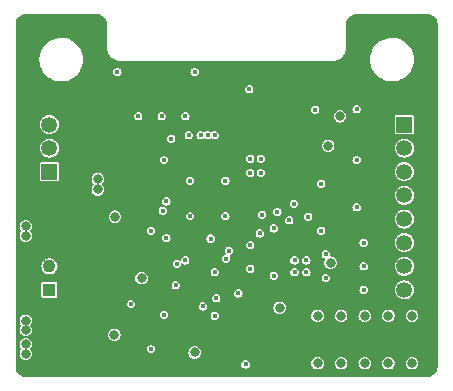
<source format=gbr>
%TF.GenerationSoftware,KiCad,Pcbnew,(6.0.10)*%
%TF.CreationDate,2024-02-10T14:34:54+01:00*%
%TF.ProjectId,TMC6300_HAL,544d4336-3330-4305-9f48-414c2e6b6963,rev?*%
%TF.SameCoordinates,Original*%
%TF.FileFunction,Copper,L3,Inr*%
%TF.FilePolarity,Positive*%
%FSLAX46Y46*%
G04 Gerber Fmt 4.6, Leading zero omitted, Abs format (unit mm)*
G04 Created by KiCad (PCBNEW (6.0.10)) date 2024-02-10 14:34:54*
%MOMM*%
%LPD*%
G01*
G04 APERTURE LIST*
%TA.AperFunction,ComponentPad*%
%ADD10R,1.350000X1.350000*%
%TD*%
%TA.AperFunction,ComponentPad*%
%ADD11C,1.350000*%
%TD*%
%TA.AperFunction,ComponentPad*%
%ADD12R,1.100000X1.100000*%
%TD*%
%TA.AperFunction,ComponentPad*%
%ADD13C,1.100000*%
%TD*%
%TA.AperFunction,ViaPad*%
%ADD14C,0.450000*%
%TD*%
%TA.AperFunction,ViaPad*%
%ADD15C,0.800000*%
%TD*%
G04 APERTURE END LIST*
D10*
%TO.N,/5V0*%
%TO.C,J101*%
X240050000Y-62500000D03*
D11*
%TO.N,VSS*%
X240050000Y-64500000D03*
%TO.N,/RAW_HALL_A*%
X240050000Y-66500000D03*
%TO.N,/RAW_HALL_B*%
X240050000Y-68500000D03*
%TO.N,/RAW_HALL_C*%
X240050000Y-70500000D03*
%TO.N,/BLDC_W*%
X240050000Y-72500000D03*
%TO.N,/BLDC_V*%
X240050000Y-74500000D03*
%TO.N,/BLDC_U*%
X240050000Y-76500000D03*
%TD*%
D12*
%TO.N,VS*%
%TO.C,J103*%
X210000000Y-76500000D03*
D13*
%TO.N,VSS*%
X210000000Y-74500000D03*
%TD*%
D11*
%TO.N,VSS*%
%TO.C,J102*%
X210000000Y-62500000D03*
%TO.N,/CMD_RX*%
X210000000Y-64500000D03*
D10*
%TO.N,/CMD_TX*%
X210000000Y-66500000D03*
%TD*%
D14*
%TO.N,VSS*%
X219700000Y-78600000D03*
%TO.N,Net-(IC101-Pad28)*%
X224000000Y-63400000D03*
%TO.N,Net-(IC101-Pad29)*%
X223400000Y-63400000D03*
%TO.N,Net-(IC101-Pad30)*%
X222800000Y-63400000D03*
%TO.N,VSS*%
X222300000Y-58050000D03*
X215750000Y-58050000D03*
%TO.N,Net-(IC101-Pad28)*%
X221510000Y-61790000D03*
%TO.N,Net-(IC101-Pad29)*%
X219510000Y-61790000D03*
%TO.N,Net-(IC101-Pad30)*%
X217510000Y-61790000D03*
%TO.N,VS_ADC*%
X220800000Y-74300000D03*
X219600000Y-69800000D03*
%TO.N,VDDA*%
X219900000Y-69000000D03*
%TO.N,VDD*%
X219500000Y-73500000D03*
%TO.N,GND*%
X221500000Y-74000000D03*
%TO.N,VDDA*%
X219900000Y-72100000D03*
%TO.N,VDD*%
X215300000Y-65700000D03*
X215300000Y-63800000D03*
%TO.N,VSS*%
X220700000Y-76100000D03*
%TO.N,VDD*%
X216400000Y-74000000D03*
D15*
%TO.N,VSS*%
X233600000Y-64300000D03*
%TO.N,/5V0*%
X234600000Y-61800000D03*
D14*
X216900000Y-77700000D03*
D15*
%TO.N,VSS*%
X215550000Y-70300000D03*
D14*
%TO.N,VDD*%
X216900000Y-67800000D03*
D15*
%TO.N,VS*%
X214100000Y-67100000D03*
X214100000Y-68000000D03*
D14*
X218600000Y-71500000D03*
X218600000Y-81500000D03*
D15*
%TO.N,VSS*%
X215500000Y-80300000D03*
X217800000Y-75500000D03*
%TO.N,/5V0*%
X208000000Y-79100000D03*
X208000000Y-79900000D03*
%TO.N,VSS*%
X208000000Y-81900000D03*
X208000000Y-81100000D03*
%TO.N,VDD*%
X208000000Y-69100000D03*
%TO.N,VSS*%
X208000000Y-71100000D03*
X208000000Y-71900000D03*
%TO.N,VDD*%
X208000000Y-69900000D03*
D14*
X218700000Y-63700000D03*
X235000000Y-65500000D03*
X225080000Y-77200000D03*
X235000000Y-69500000D03*
X219950000Y-67750000D03*
X231110000Y-59500000D03*
X227800000Y-70750000D03*
X232500000Y-63770000D03*
D15*
%TO.N,/BLDC_ISENSE*%
X222300000Y-81800000D03*
D14*
%TO.N,/BLDC_WL*%
X224950000Y-73850000D03*
X223650000Y-72150000D03*
%TO.N,/BLDC_VL*%
X229000000Y-75300000D03*
%TO.N,/BLDC_UL*%
X225200000Y-73200000D03*
%TO.N,VSS*%
X236600000Y-76500000D03*
D15*
X236700000Y-82700000D03*
D14*
X233000000Y-71500000D03*
X236000000Y-61200000D03*
X219700000Y-65500000D03*
X236600000Y-74500000D03*
X220300000Y-63700000D03*
X226600000Y-82800000D03*
X229000000Y-71300000D03*
X226910000Y-59500000D03*
X227810000Y-71710000D03*
X221900000Y-67250000D03*
D15*
X234700000Y-82700000D03*
D14*
X233000000Y-67500000D03*
X223000000Y-77900000D03*
X236600000Y-72500000D03*
D15*
X240700000Y-82700000D03*
D14*
X224000000Y-78700000D03*
X232500000Y-61230000D03*
X236000000Y-69500000D03*
X224000000Y-75000000D03*
X231750000Y-75000000D03*
X230750000Y-75000000D03*
X221800000Y-63400000D03*
D15*
X232700000Y-82700000D03*
D14*
X236000000Y-65500000D03*
X224900000Y-67250000D03*
X226000000Y-76800000D03*
X227000000Y-74700000D03*
X221900000Y-70250000D03*
X231750000Y-74000000D03*
D15*
X238700000Y-82700000D03*
D14*
X229300000Y-69900000D03*
X230750000Y-74000000D03*
X224120000Y-77200000D03*
X227000000Y-72700000D03*
X224900000Y-70250000D03*
%TO.N,/BLDC_WH*%
X228000000Y-70150000D03*
%TO.N,/BLDC_VH*%
X230300000Y-70600000D03*
%TO.N,/BLDC_UH*%
X230700000Y-69200000D03*
%TO.N,SYS_SWDIO*%
X227900000Y-66600000D03*
X227900000Y-65400000D03*
%TO.N,SYS_SWCLK*%
X227000000Y-65400000D03*
X227000000Y-66600000D03*
%TO.N,Net-(IC201-Pad16)*%
X233400000Y-75500000D03*
X233400000Y-73500000D03*
D15*
X229500000Y-78000000D03*
%TO.N,VS*%
X232700000Y-78700000D03*
X236700000Y-78700000D03*
X238700000Y-78700000D03*
X240700000Y-78700000D03*
D14*
X231900000Y-70300000D03*
D15*
X233800000Y-74200000D03*
X234700000Y-78700000D03*
%TD*%
%TA.AperFunction,Conductor*%
%TO.N,VDD*%
G36*
X213991094Y-53130647D02*
G01*
X214000000Y-53133033D01*
X214008012Y-53130886D01*
X214016308Y-53130886D01*
X214016308Y-53131454D01*
X214023779Y-53130842D01*
X214130001Y-53141304D01*
X214163850Y-53144638D01*
X214175960Y-53147048D01*
X214235365Y-53165068D01*
X214327571Y-53193038D01*
X214338981Y-53197764D01*
X214478705Y-53272448D01*
X214488974Y-53279309D01*
X214611447Y-53379820D01*
X214620180Y-53388553D01*
X214720691Y-53511026D01*
X214727552Y-53521295D01*
X214802236Y-53661019D01*
X214806962Y-53672429D01*
X214852952Y-53824038D01*
X214855362Y-53836151D01*
X214869158Y-53976221D01*
X214868546Y-53983692D01*
X214869114Y-53983692D01*
X214869114Y-53991988D01*
X214866967Y-54000000D01*
X214869114Y-54008011D01*
X214869353Y-54008903D01*
X214871500Y-54025210D01*
X214871500Y-55974790D01*
X214869353Y-55991094D01*
X214866967Y-56000000D01*
X214867297Y-56001230D01*
X214884399Y-56196711D01*
X214885112Y-56199372D01*
X214934794Y-56384789D01*
X214934796Y-56384795D01*
X214935506Y-56387444D01*
X214936666Y-56389932D01*
X214936668Y-56389937D01*
X214954229Y-56427596D01*
X215018957Y-56566406D01*
X215020530Y-56568652D01*
X215020532Y-56568656D01*
X215130640Y-56725907D01*
X215130643Y-56725911D01*
X215132216Y-56728157D01*
X215271843Y-56867784D01*
X215274089Y-56869357D01*
X215274093Y-56869360D01*
X215431345Y-56979468D01*
X215431349Y-56979470D01*
X215433595Y-56981043D01*
X215612556Y-57064494D01*
X215615205Y-57065204D01*
X215615211Y-57065206D01*
X215800628Y-57114888D01*
X215803289Y-57115601D01*
X215998770Y-57132703D01*
X216000000Y-57133033D01*
X216008016Y-57130885D01*
X216008017Y-57130885D01*
X216008313Y-57130805D01*
X216008906Y-57130647D01*
X216025210Y-57128500D01*
X233974790Y-57128500D01*
X233991094Y-57130647D01*
X233991687Y-57130805D01*
X233991983Y-57130885D01*
X233991984Y-57130885D01*
X234000000Y-57133033D01*
X234001230Y-57132703D01*
X234196711Y-57115601D01*
X234199372Y-57114888D01*
X234384789Y-57065206D01*
X234384795Y-57065204D01*
X234387444Y-57064494D01*
X234389932Y-57063334D01*
X234389937Y-57063332D01*
X234435480Y-57042095D01*
X237145028Y-57042095D01*
X237145245Y-57044368D01*
X237145245Y-57044373D01*
X237153673Y-57132703D01*
X237170534Y-57309431D01*
X237171075Y-57311640D01*
X237214075Y-57487368D01*
X237234364Y-57570285D01*
X237335182Y-57819192D01*
X237336332Y-57821157D01*
X237336334Y-57821160D01*
X237467457Y-58045100D01*
X237470875Y-58050938D01*
X237638601Y-58260669D01*
X237834846Y-58443991D01*
X238055499Y-58597064D01*
X238295938Y-58716680D01*
X238298111Y-58717392D01*
X238298115Y-58717394D01*
X238484854Y-58778610D01*
X238551126Y-58800335D01*
X238652329Y-58817907D01*
X238813820Y-58845947D01*
X238813826Y-58845948D01*
X238815717Y-58846276D01*
X238817632Y-58846371D01*
X238817638Y-58846372D01*
X238899801Y-58850462D01*
X238899806Y-58850462D01*
X238900567Y-58850500D01*
X239068223Y-58850500D01*
X239267846Y-58836016D01*
X239530080Y-58778120D01*
X239532205Y-58777315D01*
X239532208Y-58777314D01*
X239779079Y-58683783D01*
X239779082Y-58683782D01*
X239781211Y-58682975D01*
X239783208Y-58681866D01*
X240013980Y-58553683D01*
X240013983Y-58553681D01*
X240015976Y-58552574D01*
X240229458Y-58389650D01*
X240231053Y-58388019D01*
X240231058Y-58388014D01*
X240415584Y-58199252D01*
X240415586Y-58199250D01*
X240417185Y-58197614D01*
X240575225Y-57980491D01*
X240700265Y-57742828D01*
X240761196Y-57570285D01*
X240788930Y-57491751D01*
X240788932Y-57491744D01*
X240789688Y-57489603D01*
X240824765Y-57311640D01*
X240841178Y-57228365D01*
X240841178Y-57228364D01*
X240841620Y-57226122D01*
X240846306Y-57131999D01*
X240849724Y-57063332D01*
X240854972Y-56957905D01*
X240829466Y-56690569D01*
X240788855Y-56524603D01*
X240766179Y-56431933D01*
X240766178Y-56431930D01*
X240765636Y-56429715D01*
X240748515Y-56387444D01*
X240695749Y-56257172D01*
X240664818Y-56180808D01*
X240658502Y-56170021D01*
X240530276Y-55951027D01*
X240530273Y-55951023D01*
X240529125Y-55949062D01*
X240361399Y-55739331D01*
X240165154Y-55556009D01*
X239944501Y-55402936D01*
X239704062Y-55283320D01*
X239701889Y-55282608D01*
X239701885Y-55282606D01*
X239451052Y-55200379D01*
X239448874Y-55199665D01*
X239347671Y-55182093D01*
X239186180Y-55154053D01*
X239186174Y-55154052D01*
X239184283Y-55153724D01*
X239182368Y-55153629D01*
X239182362Y-55153628D01*
X239100199Y-55149538D01*
X239100194Y-55149538D01*
X239099433Y-55149500D01*
X238931777Y-55149500D01*
X238732154Y-55163984D01*
X238469920Y-55221880D01*
X238467795Y-55222685D01*
X238467792Y-55222686D01*
X238220921Y-55316217D01*
X238220918Y-55316218D01*
X238218789Y-55317025D01*
X238216795Y-55318133D01*
X238216792Y-55318134D01*
X237986020Y-55446317D01*
X237986017Y-55446319D01*
X237984024Y-55447426D01*
X237770542Y-55610350D01*
X237768947Y-55611981D01*
X237768942Y-55611986D01*
X237645975Y-55737776D01*
X237582815Y-55802386D01*
X237424775Y-56019509D01*
X237299735Y-56257172D01*
X237272778Y-56333509D01*
X237211070Y-56508249D01*
X237211068Y-56508256D01*
X237210312Y-56510397D01*
X237209873Y-56512626D01*
X237209871Y-56512632D01*
X237167009Y-56730098D01*
X237158380Y-56773878D01*
X237145028Y-57042095D01*
X234435480Y-57042095D01*
X234563914Y-56982205D01*
X234566406Y-56981043D01*
X234568652Y-56979470D01*
X234568656Y-56979468D01*
X234725907Y-56869360D01*
X234725911Y-56869357D01*
X234728157Y-56867784D01*
X234867784Y-56728157D01*
X234869357Y-56725911D01*
X234869360Y-56725907D01*
X234979468Y-56568656D01*
X234979470Y-56568652D01*
X234981043Y-56566406D01*
X235045771Y-56427596D01*
X235063332Y-56389937D01*
X235063334Y-56389932D01*
X235064494Y-56387444D01*
X235065204Y-56384795D01*
X235065206Y-56384789D01*
X235114888Y-56199372D01*
X235115601Y-56196711D01*
X235132703Y-56001230D01*
X235133033Y-56000000D01*
X235130647Y-55991094D01*
X235128500Y-55974790D01*
X235128500Y-54025210D01*
X235130647Y-54008903D01*
X235130886Y-54008011D01*
X235133033Y-54000000D01*
X235130886Y-53991988D01*
X235130886Y-53983692D01*
X235131454Y-53983692D01*
X235130842Y-53976221D01*
X235144638Y-53836151D01*
X235147048Y-53824038D01*
X235193038Y-53672429D01*
X235197764Y-53661019D01*
X235272448Y-53521295D01*
X235279309Y-53511026D01*
X235379820Y-53388553D01*
X235388553Y-53379820D01*
X235511026Y-53279309D01*
X235521295Y-53272448D01*
X235661019Y-53197764D01*
X235672429Y-53193038D01*
X235764635Y-53165068D01*
X235824040Y-53147048D01*
X235836150Y-53144638D01*
X235869999Y-53141304D01*
X235976221Y-53130842D01*
X235983692Y-53131454D01*
X235983692Y-53130886D01*
X235991988Y-53130886D01*
X236000000Y-53133033D01*
X236008906Y-53130647D01*
X236025210Y-53128500D01*
X241974790Y-53128500D01*
X241991094Y-53130647D01*
X242000000Y-53133033D01*
X242008012Y-53130886D01*
X242016308Y-53130886D01*
X242016308Y-53131454D01*
X242023779Y-53130842D01*
X242130001Y-53141304D01*
X242163850Y-53144638D01*
X242175960Y-53147048D01*
X242235365Y-53165068D01*
X242327571Y-53193038D01*
X242338981Y-53197764D01*
X242478705Y-53272448D01*
X242488974Y-53279309D01*
X242611447Y-53379820D01*
X242620180Y-53388553D01*
X242720691Y-53511026D01*
X242727552Y-53521295D01*
X242802236Y-53661019D01*
X242806962Y-53672429D01*
X242852952Y-53824038D01*
X242855362Y-53836151D01*
X242869158Y-53976221D01*
X242868546Y-53983692D01*
X242869114Y-53983692D01*
X242869114Y-53991988D01*
X242866967Y-54000000D01*
X242869114Y-54008011D01*
X242869353Y-54008903D01*
X242871500Y-54025210D01*
X242871500Y-82974790D01*
X242869353Y-82991094D01*
X242866967Y-83000000D01*
X242869114Y-83008012D01*
X242869114Y-83016308D01*
X242868546Y-83016308D01*
X242869158Y-83023779D01*
X242855362Y-83163849D01*
X242852952Y-83175960D01*
X242840978Y-83215435D01*
X242806962Y-83327571D01*
X242802236Y-83338981D01*
X242727552Y-83478705D01*
X242720691Y-83488974D01*
X242620180Y-83611447D01*
X242611447Y-83620180D01*
X242488974Y-83720691D01*
X242478705Y-83727552D01*
X242338981Y-83802236D01*
X242327571Y-83806962D01*
X242235365Y-83834932D01*
X242175960Y-83852952D01*
X242163850Y-83855362D01*
X242130001Y-83858696D01*
X242023779Y-83869158D01*
X242016308Y-83868546D01*
X242016308Y-83869114D01*
X242008012Y-83869114D01*
X242000000Y-83866967D01*
X241991094Y-83869353D01*
X241974790Y-83871500D01*
X208025210Y-83871500D01*
X208008906Y-83869353D01*
X208000000Y-83866967D01*
X207991988Y-83869114D01*
X207983692Y-83869114D01*
X207983692Y-83868546D01*
X207976221Y-83869158D01*
X207869999Y-83858696D01*
X207836150Y-83855362D01*
X207824040Y-83852952D01*
X207764635Y-83834932D01*
X207672429Y-83806962D01*
X207661019Y-83802236D01*
X207521295Y-83727552D01*
X207511026Y-83720691D01*
X207388553Y-83620180D01*
X207379820Y-83611447D01*
X207279309Y-83488974D01*
X207272448Y-83478705D01*
X207197764Y-83338981D01*
X207193038Y-83327571D01*
X207159022Y-83215435D01*
X207147048Y-83175960D01*
X207144638Y-83163849D01*
X207130842Y-83023779D01*
X207131454Y-83016308D01*
X207130886Y-83016308D01*
X207130886Y-83008012D01*
X207133033Y-83000000D01*
X207130647Y-82991094D01*
X207128500Y-82974790D01*
X207128500Y-82800000D01*
X226242094Y-82800000D01*
X226259611Y-82910599D01*
X226310448Y-83010372D01*
X226389628Y-83089552D01*
X226489401Y-83140389D01*
X226600000Y-83157906D01*
X226710599Y-83140389D01*
X226810372Y-83089552D01*
X226889552Y-83010372D01*
X226940389Y-82910599D01*
X226957906Y-82800000D01*
X226942068Y-82700000D01*
X232166940Y-82700000D01*
X232167479Y-82704094D01*
X232180106Y-82800000D01*
X232185104Y-82837966D01*
X232238356Y-82966530D01*
X232240867Y-82969803D01*
X232240868Y-82969804D01*
X232273531Y-83012370D01*
X232323070Y-83076930D01*
X232326349Y-83079446D01*
X232428599Y-83157906D01*
X232433470Y-83161644D01*
X232562034Y-83214896D01*
X232566126Y-83215435D01*
X232566127Y-83215435D01*
X232695906Y-83232521D01*
X232700000Y-83233060D01*
X232704094Y-83232521D01*
X232833873Y-83215435D01*
X232833874Y-83215435D01*
X232837966Y-83214896D01*
X232966530Y-83161644D01*
X232971402Y-83157906D01*
X233073651Y-83079446D01*
X233076930Y-83076930D01*
X233126469Y-83012370D01*
X233159132Y-82969804D01*
X233159133Y-82969803D01*
X233161644Y-82966530D01*
X233214896Y-82837966D01*
X233219895Y-82800000D01*
X233232521Y-82704094D01*
X233233060Y-82700000D01*
X234166940Y-82700000D01*
X234167479Y-82704094D01*
X234180106Y-82800000D01*
X234185104Y-82837966D01*
X234238356Y-82966530D01*
X234240867Y-82969803D01*
X234240868Y-82969804D01*
X234273531Y-83012370D01*
X234323070Y-83076930D01*
X234326349Y-83079446D01*
X234428599Y-83157906D01*
X234433470Y-83161644D01*
X234562034Y-83214896D01*
X234566126Y-83215435D01*
X234566127Y-83215435D01*
X234695906Y-83232521D01*
X234700000Y-83233060D01*
X234704094Y-83232521D01*
X234833873Y-83215435D01*
X234833874Y-83215435D01*
X234837966Y-83214896D01*
X234966530Y-83161644D01*
X234971402Y-83157906D01*
X235073651Y-83079446D01*
X235076930Y-83076930D01*
X235126469Y-83012370D01*
X235159132Y-82969804D01*
X235159133Y-82969803D01*
X235161644Y-82966530D01*
X235214896Y-82837966D01*
X235219895Y-82800000D01*
X235232521Y-82704094D01*
X235233060Y-82700000D01*
X236166940Y-82700000D01*
X236167479Y-82704094D01*
X236180106Y-82800000D01*
X236185104Y-82837966D01*
X236238356Y-82966530D01*
X236240867Y-82969803D01*
X236240868Y-82969804D01*
X236273531Y-83012370D01*
X236323070Y-83076930D01*
X236326349Y-83079446D01*
X236428599Y-83157906D01*
X236433470Y-83161644D01*
X236562034Y-83214896D01*
X236566126Y-83215435D01*
X236566127Y-83215435D01*
X236695906Y-83232521D01*
X236700000Y-83233060D01*
X236704094Y-83232521D01*
X236833873Y-83215435D01*
X236833874Y-83215435D01*
X236837966Y-83214896D01*
X236966530Y-83161644D01*
X236971402Y-83157906D01*
X237073651Y-83079446D01*
X237076930Y-83076930D01*
X237126469Y-83012370D01*
X237159132Y-82969804D01*
X237159133Y-82969803D01*
X237161644Y-82966530D01*
X237214896Y-82837966D01*
X237219895Y-82800000D01*
X237232521Y-82704094D01*
X237233060Y-82700000D01*
X238166940Y-82700000D01*
X238167479Y-82704094D01*
X238180106Y-82800000D01*
X238185104Y-82837966D01*
X238238356Y-82966530D01*
X238240867Y-82969803D01*
X238240868Y-82969804D01*
X238273531Y-83012370D01*
X238323070Y-83076930D01*
X238326349Y-83079446D01*
X238428599Y-83157906D01*
X238433470Y-83161644D01*
X238562034Y-83214896D01*
X238566126Y-83215435D01*
X238566127Y-83215435D01*
X238695906Y-83232521D01*
X238700000Y-83233060D01*
X238704094Y-83232521D01*
X238833873Y-83215435D01*
X238833874Y-83215435D01*
X238837966Y-83214896D01*
X238966530Y-83161644D01*
X238971402Y-83157906D01*
X239073651Y-83079446D01*
X239076930Y-83076930D01*
X239126469Y-83012370D01*
X239159132Y-82969804D01*
X239159133Y-82969803D01*
X239161644Y-82966530D01*
X239214896Y-82837966D01*
X239219895Y-82800000D01*
X239232521Y-82704094D01*
X239233060Y-82700000D01*
X240166940Y-82700000D01*
X240167479Y-82704094D01*
X240180106Y-82800000D01*
X240185104Y-82837966D01*
X240238356Y-82966530D01*
X240240867Y-82969803D01*
X240240868Y-82969804D01*
X240273531Y-83012370D01*
X240323070Y-83076930D01*
X240326349Y-83079446D01*
X240428599Y-83157906D01*
X240433470Y-83161644D01*
X240562034Y-83214896D01*
X240566126Y-83215435D01*
X240566127Y-83215435D01*
X240695906Y-83232521D01*
X240700000Y-83233060D01*
X240704094Y-83232521D01*
X240833873Y-83215435D01*
X240833874Y-83215435D01*
X240837966Y-83214896D01*
X240966530Y-83161644D01*
X240971402Y-83157906D01*
X241073651Y-83079446D01*
X241076930Y-83076930D01*
X241126469Y-83012370D01*
X241159132Y-82969804D01*
X241159133Y-82969803D01*
X241161644Y-82966530D01*
X241214896Y-82837966D01*
X241219895Y-82800000D01*
X241232521Y-82704094D01*
X241233060Y-82700000D01*
X241214896Y-82562034D01*
X241161644Y-82433470D01*
X241147392Y-82414896D01*
X241079446Y-82326349D01*
X241076930Y-82323070D01*
X240996879Y-82261644D01*
X240969804Y-82240868D01*
X240969803Y-82240867D01*
X240966530Y-82238356D01*
X240837966Y-82185104D01*
X240833874Y-82184565D01*
X240833873Y-82184565D01*
X240704094Y-82167479D01*
X240700000Y-82166940D01*
X240695906Y-82167479D01*
X240566127Y-82184565D01*
X240566126Y-82184565D01*
X240562034Y-82185104D01*
X240433470Y-82238356D01*
X240430197Y-82240867D01*
X240430196Y-82240868D01*
X240403121Y-82261644D01*
X240323070Y-82323070D01*
X240320554Y-82326349D01*
X240252609Y-82414896D01*
X240238356Y-82433470D01*
X240185104Y-82562034D01*
X240166940Y-82700000D01*
X239233060Y-82700000D01*
X239214896Y-82562034D01*
X239161644Y-82433470D01*
X239147392Y-82414896D01*
X239079446Y-82326349D01*
X239076930Y-82323070D01*
X238996879Y-82261644D01*
X238969804Y-82240868D01*
X238969803Y-82240867D01*
X238966530Y-82238356D01*
X238837966Y-82185104D01*
X238833874Y-82184565D01*
X238833873Y-82184565D01*
X238704094Y-82167479D01*
X238700000Y-82166940D01*
X238695906Y-82167479D01*
X238566127Y-82184565D01*
X238566126Y-82184565D01*
X238562034Y-82185104D01*
X238433470Y-82238356D01*
X238430197Y-82240867D01*
X238430196Y-82240868D01*
X238403121Y-82261644D01*
X238323070Y-82323070D01*
X238320554Y-82326349D01*
X238252609Y-82414896D01*
X238238356Y-82433470D01*
X238185104Y-82562034D01*
X238166940Y-82700000D01*
X237233060Y-82700000D01*
X237214896Y-82562034D01*
X237161644Y-82433470D01*
X237147392Y-82414896D01*
X237079446Y-82326349D01*
X237076930Y-82323070D01*
X236996879Y-82261644D01*
X236969804Y-82240868D01*
X236969803Y-82240867D01*
X236966530Y-82238356D01*
X236837966Y-82185104D01*
X236833874Y-82184565D01*
X236833873Y-82184565D01*
X236704094Y-82167479D01*
X236700000Y-82166940D01*
X236695906Y-82167479D01*
X236566127Y-82184565D01*
X236566126Y-82184565D01*
X236562034Y-82185104D01*
X236433470Y-82238356D01*
X236430197Y-82240867D01*
X236430196Y-82240868D01*
X236403121Y-82261644D01*
X236323070Y-82323070D01*
X236320554Y-82326349D01*
X236252609Y-82414896D01*
X236238356Y-82433470D01*
X236185104Y-82562034D01*
X236166940Y-82700000D01*
X235233060Y-82700000D01*
X235214896Y-82562034D01*
X235161644Y-82433470D01*
X235147392Y-82414896D01*
X235079446Y-82326349D01*
X235076930Y-82323070D01*
X234996879Y-82261644D01*
X234969804Y-82240868D01*
X234969803Y-82240867D01*
X234966530Y-82238356D01*
X234837966Y-82185104D01*
X234833874Y-82184565D01*
X234833873Y-82184565D01*
X234704094Y-82167479D01*
X234700000Y-82166940D01*
X234695906Y-82167479D01*
X234566127Y-82184565D01*
X234566126Y-82184565D01*
X234562034Y-82185104D01*
X234433470Y-82238356D01*
X234430197Y-82240867D01*
X234430196Y-82240868D01*
X234403121Y-82261644D01*
X234323070Y-82323070D01*
X234320554Y-82326349D01*
X234252609Y-82414896D01*
X234238356Y-82433470D01*
X234185104Y-82562034D01*
X234166940Y-82700000D01*
X233233060Y-82700000D01*
X233214896Y-82562034D01*
X233161644Y-82433470D01*
X233147392Y-82414896D01*
X233079446Y-82326349D01*
X233076930Y-82323070D01*
X232996879Y-82261644D01*
X232969804Y-82240868D01*
X232969803Y-82240867D01*
X232966530Y-82238356D01*
X232837966Y-82185104D01*
X232833874Y-82184565D01*
X232833873Y-82184565D01*
X232704094Y-82167479D01*
X232700000Y-82166940D01*
X232695906Y-82167479D01*
X232566127Y-82184565D01*
X232566126Y-82184565D01*
X232562034Y-82185104D01*
X232433470Y-82238356D01*
X232430197Y-82240867D01*
X232430196Y-82240868D01*
X232403121Y-82261644D01*
X232323070Y-82323070D01*
X232320554Y-82326349D01*
X232252609Y-82414896D01*
X232238356Y-82433470D01*
X232185104Y-82562034D01*
X232166940Y-82700000D01*
X226942068Y-82700000D01*
X226940389Y-82689401D01*
X226889552Y-82589628D01*
X226810372Y-82510448D01*
X226710599Y-82459611D01*
X226600000Y-82442094D01*
X226489401Y-82459611D01*
X226389628Y-82510448D01*
X226310448Y-82589628D01*
X226259611Y-82689401D01*
X226242094Y-82800000D01*
X207128500Y-82800000D01*
X207128500Y-81900000D01*
X207466940Y-81900000D01*
X207485104Y-82037966D01*
X207538356Y-82166530D01*
X207540867Y-82169803D01*
X207540868Y-82169804D01*
X207553820Y-82186683D01*
X207623070Y-82276930D01*
X207626349Y-82279446D01*
X207695517Y-82332521D01*
X207733470Y-82361644D01*
X207862034Y-82414896D01*
X207866126Y-82415435D01*
X207866127Y-82415435D01*
X207995906Y-82432521D01*
X208000000Y-82433060D01*
X208004094Y-82432521D01*
X208133873Y-82415435D01*
X208133874Y-82415435D01*
X208137966Y-82414896D01*
X208266530Y-82361644D01*
X208304484Y-82332521D01*
X208373651Y-82279446D01*
X208376930Y-82276930D01*
X208446180Y-82186683D01*
X208459132Y-82169804D01*
X208459133Y-82169803D01*
X208461644Y-82166530D01*
X208514896Y-82037966D01*
X208533060Y-81900000D01*
X208524915Y-81838135D01*
X208515435Y-81766127D01*
X208515435Y-81766126D01*
X208514896Y-81762034D01*
X208461644Y-81633470D01*
X208388656Y-81538351D01*
X208378379Y-81500000D01*
X218242094Y-81500000D01*
X218259611Y-81610599D01*
X218310448Y-81710372D01*
X218389628Y-81789552D01*
X218489401Y-81840389D01*
X218600000Y-81857906D01*
X218710599Y-81840389D01*
X218789867Y-81800000D01*
X221766940Y-81800000D01*
X221767479Y-81804094D01*
X221780645Y-81904094D01*
X221785104Y-81937966D01*
X221838356Y-82066530D01*
X221923070Y-82176930D01*
X221935780Y-82186683D01*
X222006395Y-82240868D01*
X222033470Y-82261644D01*
X222162034Y-82314896D01*
X222166126Y-82315435D01*
X222166127Y-82315435D01*
X222295906Y-82332521D01*
X222300000Y-82333060D01*
X222304094Y-82332521D01*
X222433873Y-82315435D01*
X222433874Y-82315435D01*
X222437966Y-82314896D01*
X222566530Y-82261644D01*
X222593606Y-82240868D01*
X222664220Y-82186683D01*
X222676930Y-82176930D01*
X222761644Y-82066530D01*
X222814896Y-81937966D01*
X222819356Y-81904094D01*
X222832521Y-81804094D01*
X222833060Y-81800000D01*
X222814896Y-81662034D01*
X222761644Y-81533470D01*
X222729652Y-81491777D01*
X222679446Y-81426349D01*
X222676930Y-81423070D01*
X222603247Y-81366530D01*
X222569804Y-81340868D01*
X222569803Y-81340867D01*
X222566530Y-81338356D01*
X222437966Y-81285104D01*
X222433874Y-81284565D01*
X222433873Y-81284565D01*
X222304094Y-81267479D01*
X222300000Y-81266940D01*
X222295906Y-81267479D01*
X222166127Y-81284565D01*
X222166126Y-81284565D01*
X222162034Y-81285104D01*
X222033470Y-81338356D01*
X222030197Y-81340867D01*
X222030196Y-81340868D01*
X221996753Y-81366530D01*
X221923070Y-81423070D01*
X221920554Y-81426349D01*
X221870349Y-81491777D01*
X221838356Y-81533470D01*
X221785104Y-81662034D01*
X221766940Y-81800000D01*
X218789867Y-81800000D01*
X218810372Y-81789552D01*
X218889552Y-81710372D01*
X218940389Y-81610599D01*
X218957906Y-81500000D01*
X218940389Y-81389401D01*
X218889552Y-81289628D01*
X218810372Y-81210448D01*
X218710599Y-81159611D01*
X218600000Y-81142094D01*
X218489401Y-81159611D01*
X218389628Y-81210448D01*
X218310448Y-81289628D01*
X218259611Y-81389401D01*
X218242094Y-81500000D01*
X208378379Y-81500000D01*
X208376176Y-81491777D01*
X208388656Y-81461648D01*
X208415743Y-81426349D01*
X208461644Y-81366530D01*
X208514896Y-81237966D01*
X208533060Y-81100000D01*
X208514896Y-80962034D01*
X208461644Y-80833470D01*
X208447392Y-80814896D01*
X208379446Y-80726349D01*
X208376930Y-80723070D01*
X208266530Y-80638356D01*
X208137966Y-80585104D01*
X208133874Y-80584565D01*
X208133873Y-80584565D01*
X208004094Y-80567479D01*
X208000000Y-80566940D01*
X207995906Y-80567479D01*
X207866127Y-80584565D01*
X207866126Y-80584565D01*
X207862034Y-80585104D01*
X207733470Y-80638356D01*
X207623070Y-80723070D01*
X207620554Y-80726349D01*
X207552609Y-80814896D01*
X207538356Y-80833470D01*
X207485104Y-80962034D01*
X207466940Y-81100000D01*
X207485104Y-81237966D01*
X207538356Y-81366530D01*
X207584258Y-81426349D01*
X207611344Y-81461648D01*
X207623824Y-81508223D01*
X207611345Y-81538351D01*
X207538356Y-81633470D01*
X207485104Y-81762034D01*
X207484565Y-81766126D01*
X207484565Y-81766127D01*
X207475085Y-81838135D01*
X207466940Y-81900000D01*
X207128500Y-81900000D01*
X207128500Y-79900000D01*
X207466940Y-79900000D01*
X207485104Y-80037966D01*
X207538356Y-80166530D01*
X207623070Y-80276930D01*
X207733470Y-80361644D01*
X207862034Y-80414896D01*
X207866126Y-80415435D01*
X207866127Y-80415435D01*
X207995906Y-80432521D01*
X208000000Y-80433060D01*
X208004094Y-80432521D01*
X208133873Y-80415435D01*
X208133874Y-80415435D01*
X208137966Y-80414896D01*
X208266530Y-80361644D01*
X208346865Y-80300000D01*
X214966940Y-80300000D01*
X214967479Y-80304094D01*
X214975264Y-80363222D01*
X214985104Y-80437966D01*
X215038356Y-80566530D01*
X215040867Y-80569803D01*
X215040868Y-80569804D01*
X215053820Y-80586683D01*
X215123070Y-80676930D01*
X215233470Y-80761644D01*
X215362034Y-80814896D01*
X215366126Y-80815435D01*
X215366127Y-80815435D01*
X215495906Y-80832521D01*
X215500000Y-80833060D01*
X215504094Y-80832521D01*
X215633873Y-80815435D01*
X215633874Y-80815435D01*
X215637966Y-80814896D01*
X215766530Y-80761644D01*
X215876930Y-80676930D01*
X215946180Y-80586683D01*
X215959132Y-80569804D01*
X215959133Y-80569803D01*
X215961644Y-80566530D01*
X216014896Y-80437966D01*
X216024737Y-80363222D01*
X216032521Y-80304094D01*
X216033060Y-80300000D01*
X216014896Y-80162034D01*
X215961644Y-80033470D01*
X215876930Y-79923070D01*
X215766530Y-79838356D01*
X215637966Y-79785104D01*
X215633874Y-79784565D01*
X215633873Y-79784565D01*
X215504094Y-79767479D01*
X215500000Y-79766940D01*
X215495906Y-79767479D01*
X215366127Y-79784565D01*
X215366126Y-79784565D01*
X215362034Y-79785104D01*
X215233470Y-79838356D01*
X215123070Y-79923070D01*
X215038356Y-80033470D01*
X214985104Y-80162034D01*
X214966940Y-80300000D01*
X208346865Y-80300000D01*
X208376930Y-80276930D01*
X208461644Y-80166530D01*
X208514896Y-80037966D01*
X208533060Y-79900000D01*
X208524944Y-79838356D01*
X208515435Y-79766127D01*
X208515435Y-79766126D01*
X208514896Y-79762034D01*
X208461644Y-79633470D01*
X208388656Y-79538351D01*
X208376176Y-79491777D01*
X208388656Y-79461648D01*
X208459132Y-79369804D01*
X208459133Y-79369803D01*
X208461644Y-79366530D01*
X208514896Y-79237966D01*
X208524737Y-79163222D01*
X208532521Y-79104094D01*
X208533060Y-79100000D01*
X208514896Y-78962034D01*
X208461644Y-78833470D01*
X208446611Y-78813878D01*
X208379446Y-78726349D01*
X208376930Y-78723070D01*
X208266530Y-78638356D01*
X208173929Y-78600000D01*
X219342094Y-78600000D01*
X219359611Y-78710599D01*
X219410448Y-78810372D01*
X219489628Y-78889552D01*
X219589401Y-78940389D01*
X219700000Y-78957906D01*
X219810599Y-78940389D01*
X219910372Y-78889552D01*
X219989552Y-78810372D01*
X220040389Y-78710599D01*
X220042068Y-78700000D01*
X223642094Y-78700000D01*
X223659611Y-78810599D01*
X223710448Y-78910372D01*
X223789628Y-78989552D01*
X223889401Y-79040389D01*
X224000000Y-79057906D01*
X224110599Y-79040389D01*
X224210372Y-78989552D01*
X224289552Y-78910372D01*
X224340389Y-78810599D01*
X224357906Y-78700000D01*
X232166940Y-78700000D01*
X232185104Y-78837966D01*
X232238356Y-78966530D01*
X232240867Y-78969803D01*
X232240868Y-78969804D01*
X232293301Y-79038135D01*
X232323070Y-79076930D01*
X232433470Y-79161644D01*
X232562034Y-79214896D01*
X232566126Y-79215435D01*
X232566127Y-79215435D01*
X232695906Y-79232521D01*
X232700000Y-79233060D01*
X232704094Y-79232521D01*
X232833873Y-79215435D01*
X232833874Y-79215435D01*
X232837966Y-79214896D01*
X232966530Y-79161644D01*
X233076930Y-79076930D01*
X233106699Y-79038135D01*
X233159132Y-78969804D01*
X233159133Y-78969803D01*
X233161644Y-78966530D01*
X233214896Y-78837966D01*
X233233060Y-78700000D01*
X234166940Y-78700000D01*
X234185104Y-78837966D01*
X234238356Y-78966530D01*
X234240867Y-78969803D01*
X234240868Y-78969804D01*
X234293301Y-79038135D01*
X234323070Y-79076930D01*
X234433470Y-79161644D01*
X234562034Y-79214896D01*
X234566126Y-79215435D01*
X234566127Y-79215435D01*
X234695906Y-79232521D01*
X234700000Y-79233060D01*
X234704094Y-79232521D01*
X234833873Y-79215435D01*
X234833874Y-79215435D01*
X234837966Y-79214896D01*
X234966530Y-79161644D01*
X235076930Y-79076930D01*
X235106699Y-79038135D01*
X235159132Y-78969804D01*
X235159133Y-78969803D01*
X235161644Y-78966530D01*
X235214896Y-78837966D01*
X235233060Y-78700000D01*
X236166940Y-78700000D01*
X236185104Y-78837966D01*
X236238356Y-78966530D01*
X236240867Y-78969803D01*
X236240868Y-78969804D01*
X236293301Y-79038135D01*
X236323070Y-79076930D01*
X236433470Y-79161644D01*
X236562034Y-79214896D01*
X236566126Y-79215435D01*
X236566127Y-79215435D01*
X236695906Y-79232521D01*
X236700000Y-79233060D01*
X236704094Y-79232521D01*
X236833873Y-79215435D01*
X236833874Y-79215435D01*
X236837966Y-79214896D01*
X236966530Y-79161644D01*
X237076930Y-79076930D01*
X237106699Y-79038135D01*
X237159132Y-78969804D01*
X237159133Y-78969803D01*
X237161644Y-78966530D01*
X237214896Y-78837966D01*
X237233060Y-78700000D01*
X238166940Y-78700000D01*
X238185104Y-78837966D01*
X238238356Y-78966530D01*
X238240867Y-78969803D01*
X238240868Y-78969804D01*
X238293301Y-79038135D01*
X238323070Y-79076930D01*
X238433470Y-79161644D01*
X238562034Y-79214896D01*
X238566126Y-79215435D01*
X238566127Y-79215435D01*
X238695906Y-79232521D01*
X238700000Y-79233060D01*
X238704094Y-79232521D01*
X238833873Y-79215435D01*
X238833874Y-79215435D01*
X238837966Y-79214896D01*
X238966530Y-79161644D01*
X239076930Y-79076930D01*
X239106699Y-79038135D01*
X239159132Y-78969804D01*
X239159133Y-78969803D01*
X239161644Y-78966530D01*
X239214896Y-78837966D01*
X239233060Y-78700000D01*
X240166940Y-78700000D01*
X240185104Y-78837966D01*
X240238356Y-78966530D01*
X240240867Y-78969803D01*
X240240868Y-78969804D01*
X240293301Y-79038135D01*
X240323070Y-79076930D01*
X240433470Y-79161644D01*
X240562034Y-79214896D01*
X240566126Y-79215435D01*
X240566127Y-79215435D01*
X240695906Y-79232521D01*
X240700000Y-79233060D01*
X240704094Y-79232521D01*
X240833873Y-79215435D01*
X240833874Y-79215435D01*
X240837966Y-79214896D01*
X240966530Y-79161644D01*
X241076930Y-79076930D01*
X241106699Y-79038135D01*
X241159132Y-78969804D01*
X241159133Y-78969803D01*
X241161644Y-78966530D01*
X241214896Y-78837966D01*
X241233060Y-78700000D01*
X241224944Y-78638356D01*
X241215435Y-78566127D01*
X241215435Y-78566126D01*
X241214896Y-78562034D01*
X241161644Y-78433470D01*
X241143979Y-78410448D01*
X241079446Y-78326349D01*
X241076930Y-78323070D01*
X241003247Y-78266530D01*
X240969804Y-78240868D01*
X240969803Y-78240867D01*
X240966530Y-78238356D01*
X240837966Y-78185104D01*
X240833874Y-78184565D01*
X240833873Y-78184565D01*
X240704094Y-78167479D01*
X240700000Y-78166940D01*
X240695906Y-78167479D01*
X240566127Y-78184565D01*
X240566126Y-78184565D01*
X240562034Y-78185104D01*
X240433470Y-78238356D01*
X240430197Y-78240867D01*
X240430196Y-78240868D01*
X240396753Y-78266530D01*
X240323070Y-78323070D01*
X240320554Y-78326349D01*
X240256022Y-78410448D01*
X240238356Y-78433470D01*
X240185104Y-78562034D01*
X240184565Y-78566126D01*
X240184565Y-78566127D01*
X240175056Y-78638356D01*
X240166940Y-78700000D01*
X239233060Y-78700000D01*
X239224944Y-78638356D01*
X239215435Y-78566127D01*
X239215435Y-78566126D01*
X239214896Y-78562034D01*
X239161644Y-78433470D01*
X239143979Y-78410448D01*
X239079446Y-78326349D01*
X239076930Y-78323070D01*
X239003247Y-78266530D01*
X238969804Y-78240868D01*
X238969803Y-78240867D01*
X238966530Y-78238356D01*
X238837966Y-78185104D01*
X238833874Y-78184565D01*
X238833873Y-78184565D01*
X238704094Y-78167479D01*
X238700000Y-78166940D01*
X238695906Y-78167479D01*
X238566127Y-78184565D01*
X238566126Y-78184565D01*
X238562034Y-78185104D01*
X238433470Y-78238356D01*
X238430197Y-78240867D01*
X238430196Y-78240868D01*
X238396753Y-78266530D01*
X238323070Y-78323070D01*
X238320554Y-78326349D01*
X238256022Y-78410448D01*
X238238356Y-78433470D01*
X238185104Y-78562034D01*
X238184565Y-78566126D01*
X238184565Y-78566127D01*
X238175056Y-78638356D01*
X238166940Y-78700000D01*
X237233060Y-78700000D01*
X237224944Y-78638356D01*
X237215435Y-78566127D01*
X237215435Y-78566126D01*
X237214896Y-78562034D01*
X237161644Y-78433470D01*
X237143979Y-78410448D01*
X237079446Y-78326349D01*
X237076930Y-78323070D01*
X237003247Y-78266530D01*
X236969804Y-78240868D01*
X236969803Y-78240867D01*
X236966530Y-78238356D01*
X236837966Y-78185104D01*
X236833874Y-78184565D01*
X236833873Y-78184565D01*
X236704094Y-78167479D01*
X236700000Y-78166940D01*
X236695906Y-78167479D01*
X236566127Y-78184565D01*
X236566126Y-78184565D01*
X236562034Y-78185104D01*
X236433470Y-78238356D01*
X236430197Y-78240867D01*
X236430196Y-78240868D01*
X236396753Y-78266530D01*
X236323070Y-78323070D01*
X236320554Y-78326349D01*
X236256022Y-78410448D01*
X236238356Y-78433470D01*
X236185104Y-78562034D01*
X236184565Y-78566126D01*
X236184565Y-78566127D01*
X236175056Y-78638356D01*
X236166940Y-78700000D01*
X235233060Y-78700000D01*
X235224944Y-78638356D01*
X235215435Y-78566127D01*
X235215435Y-78566126D01*
X235214896Y-78562034D01*
X235161644Y-78433470D01*
X235143979Y-78410448D01*
X235079446Y-78326349D01*
X235076930Y-78323070D01*
X235003247Y-78266530D01*
X234969804Y-78240868D01*
X234969803Y-78240867D01*
X234966530Y-78238356D01*
X234837966Y-78185104D01*
X234833874Y-78184565D01*
X234833873Y-78184565D01*
X234704094Y-78167479D01*
X234700000Y-78166940D01*
X234695906Y-78167479D01*
X234566127Y-78184565D01*
X234566126Y-78184565D01*
X234562034Y-78185104D01*
X234433470Y-78238356D01*
X234430197Y-78240867D01*
X234430196Y-78240868D01*
X234396753Y-78266530D01*
X234323070Y-78323070D01*
X234320554Y-78326349D01*
X234256022Y-78410448D01*
X234238356Y-78433470D01*
X234185104Y-78562034D01*
X234184565Y-78566126D01*
X234184565Y-78566127D01*
X234175056Y-78638356D01*
X234166940Y-78700000D01*
X233233060Y-78700000D01*
X233224944Y-78638356D01*
X233215435Y-78566127D01*
X233215435Y-78566126D01*
X233214896Y-78562034D01*
X233161644Y-78433470D01*
X233143979Y-78410448D01*
X233079446Y-78326349D01*
X233076930Y-78323070D01*
X233003247Y-78266530D01*
X232969804Y-78240868D01*
X232969803Y-78240867D01*
X232966530Y-78238356D01*
X232837966Y-78185104D01*
X232833874Y-78184565D01*
X232833873Y-78184565D01*
X232704094Y-78167479D01*
X232700000Y-78166940D01*
X232695906Y-78167479D01*
X232566127Y-78184565D01*
X232566126Y-78184565D01*
X232562034Y-78185104D01*
X232433470Y-78238356D01*
X232430197Y-78240867D01*
X232430196Y-78240868D01*
X232396753Y-78266530D01*
X232323070Y-78323070D01*
X232320554Y-78326349D01*
X232256022Y-78410448D01*
X232238356Y-78433470D01*
X232185104Y-78562034D01*
X232184565Y-78566126D01*
X232184565Y-78566127D01*
X232175056Y-78638356D01*
X232166940Y-78700000D01*
X224357906Y-78700000D01*
X224340389Y-78589401D01*
X224289552Y-78489628D01*
X224210372Y-78410448D01*
X224110599Y-78359611D01*
X224000000Y-78342094D01*
X223889401Y-78359611D01*
X223789628Y-78410448D01*
X223710448Y-78489628D01*
X223659611Y-78589401D01*
X223642094Y-78700000D01*
X220042068Y-78700000D01*
X220057906Y-78600000D01*
X220040389Y-78489401D01*
X219989552Y-78389628D01*
X219910372Y-78310448D01*
X219810599Y-78259611D01*
X219700000Y-78242094D01*
X219589401Y-78259611D01*
X219489628Y-78310448D01*
X219410448Y-78389628D01*
X219359611Y-78489401D01*
X219342094Y-78600000D01*
X208173929Y-78600000D01*
X208137966Y-78585104D01*
X208133874Y-78584565D01*
X208133873Y-78584565D01*
X208004094Y-78567479D01*
X208000000Y-78566940D01*
X207995906Y-78567479D01*
X207866127Y-78584565D01*
X207866126Y-78584565D01*
X207862034Y-78585104D01*
X207733470Y-78638356D01*
X207623070Y-78723070D01*
X207620554Y-78726349D01*
X207553390Y-78813878D01*
X207538356Y-78833470D01*
X207485104Y-78962034D01*
X207466940Y-79100000D01*
X207467479Y-79104094D01*
X207475264Y-79163222D01*
X207485104Y-79237966D01*
X207538356Y-79366530D01*
X207540867Y-79369803D01*
X207540868Y-79369804D01*
X207611344Y-79461648D01*
X207623824Y-79508223D01*
X207611345Y-79538351D01*
X207538356Y-79633470D01*
X207485104Y-79762034D01*
X207484565Y-79766126D01*
X207484565Y-79766127D01*
X207475056Y-79838356D01*
X207466940Y-79900000D01*
X207128500Y-79900000D01*
X207128500Y-77700000D01*
X216542094Y-77700000D01*
X216559611Y-77810599D01*
X216610448Y-77910372D01*
X216689628Y-77989552D01*
X216789401Y-78040389D01*
X216900000Y-78057906D01*
X217010599Y-78040389D01*
X217110372Y-77989552D01*
X217189552Y-77910372D01*
X217194837Y-77900000D01*
X222642094Y-77900000D01*
X222659611Y-78010599D01*
X222710448Y-78110372D01*
X222789628Y-78189552D01*
X222889401Y-78240389D01*
X223000000Y-78257906D01*
X223110599Y-78240389D01*
X223210372Y-78189552D01*
X223289552Y-78110372D01*
X223340389Y-78010599D01*
X223342068Y-78000000D01*
X228966940Y-78000000D01*
X228985104Y-78137966D01*
X229038356Y-78266530D01*
X229040867Y-78269803D01*
X229040868Y-78269804D01*
X229098832Y-78345343D01*
X229123070Y-78376930D01*
X229126349Y-78379446D01*
X229201719Y-78437280D01*
X229233470Y-78461644D01*
X229362034Y-78514896D01*
X229366126Y-78515435D01*
X229366127Y-78515435D01*
X229495906Y-78532521D01*
X229500000Y-78533060D01*
X229504094Y-78532521D01*
X229633873Y-78515435D01*
X229633874Y-78515435D01*
X229637966Y-78514896D01*
X229766530Y-78461644D01*
X229798282Y-78437280D01*
X229873651Y-78379446D01*
X229876930Y-78376930D01*
X229901168Y-78345343D01*
X229959132Y-78269804D01*
X229959133Y-78269803D01*
X229961644Y-78266530D01*
X230014896Y-78137966D01*
X230033060Y-78000000D01*
X230020540Y-77904900D01*
X230015435Y-77866127D01*
X230015435Y-77866126D01*
X230014896Y-77862034D01*
X229961644Y-77733470D01*
X229928003Y-77689628D01*
X229879446Y-77626349D01*
X229876930Y-77623070D01*
X229794230Y-77559611D01*
X229769804Y-77540868D01*
X229769803Y-77540867D01*
X229766530Y-77538356D01*
X229637966Y-77485104D01*
X229633874Y-77484565D01*
X229633873Y-77484565D01*
X229504094Y-77467479D01*
X229500000Y-77466940D01*
X229495906Y-77467479D01*
X229366127Y-77484565D01*
X229366126Y-77484565D01*
X229362034Y-77485104D01*
X229233470Y-77538356D01*
X229230197Y-77540867D01*
X229230196Y-77540868D01*
X229205770Y-77559611D01*
X229123070Y-77623070D01*
X229120554Y-77626349D01*
X229071998Y-77689628D01*
X229038356Y-77733470D01*
X228985104Y-77862034D01*
X228984565Y-77866126D01*
X228984565Y-77866127D01*
X228979460Y-77904900D01*
X228966940Y-78000000D01*
X223342068Y-78000000D01*
X223357906Y-77900000D01*
X223340389Y-77789401D01*
X223289552Y-77689628D01*
X223210372Y-77610448D01*
X223110599Y-77559611D01*
X223000000Y-77542094D01*
X222889401Y-77559611D01*
X222789628Y-77610448D01*
X222710448Y-77689628D01*
X222659611Y-77789401D01*
X222642094Y-77900000D01*
X217194837Y-77900000D01*
X217240389Y-77810599D01*
X217257906Y-77700000D01*
X217240389Y-77589401D01*
X217189552Y-77489628D01*
X217110372Y-77410448D01*
X217010599Y-77359611D01*
X216900000Y-77342094D01*
X216789401Y-77359611D01*
X216689628Y-77410448D01*
X216610448Y-77489628D01*
X216559611Y-77589401D01*
X216542094Y-77700000D01*
X207128500Y-77700000D01*
X207128500Y-77200000D01*
X223762094Y-77200000D01*
X223779611Y-77310599D01*
X223830448Y-77410372D01*
X223909628Y-77489552D01*
X224009401Y-77540389D01*
X224120000Y-77557906D01*
X224230599Y-77540389D01*
X224330372Y-77489552D01*
X224409552Y-77410372D01*
X224460389Y-77310599D01*
X224477906Y-77200000D01*
X224460389Y-77089401D01*
X224409552Y-76989628D01*
X224330372Y-76910448D01*
X224230599Y-76859611D01*
X224120000Y-76842094D01*
X224009401Y-76859611D01*
X223909628Y-76910448D01*
X223830448Y-76989628D01*
X223779611Y-77089401D01*
X223762094Y-77200000D01*
X207128500Y-77200000D01*
X207128500Y-77062654D01*
X209321500Y-77062654D01*
X209328956Y-77100138D01*
X209357357Y-77142643D01*
X209399862Y-77171044D01*
X209437346Y-77178500D01*
X210562654Y-77178500D01*
X210600138Y-77171044D01*
X210642643Y-77142643D01*
X210671044Y-77100138D01*
X210678500Y-77062654D01*
X210678500Y-76800000D01*
X225642094Y-76800000D01*
X225659611Y-76910599D01*
X225710448Y-77010372D01*
X225789628Y-77089552D01*
X225889401Y-77140389D01*
X226000000Y-77157906D01*
X226110599Y-77140389D01*
X226210372Y-77089552D01*
X226289552Y-77010372D01*
X226340389Y-76910599D01*
X226357906Y-76800000D01*
X226340389Y-76689401D01*
X226289552Y-76589628D01*
X226210372Y-76510448D01*
X226189867Y-76500000D01*
X236242094Y-76500000D01*
X236259611Y-76610599D01*
X236310448Y-76710372D01*
X236389628Y-76789552D01*
X236489401Y-76840389D01*
X236600000Y-76857906D01*
X236710599Y-76840389D01*
X236810372Y-76789552D01*
X236889552Y-76710372D01*
X236940389Y-76610599D01*
X236957906Y-76500000D01*
X236956118Y-76488710D01*
X239241495Y-76488710D01*
X239241839Y-76492218D01*
X239241839Y-76492219D01*
X239253447Y-76610599D01*
X239259086Y-76668114D01*
X239260196Y-76671452D01*
X239260197Y-76671455D01*
X239314873Y-76835817D01*
X239315986Y-76839162D01*
X239409367Y-76993354D01*
X239534589Y-77123025D01*
X239685428Y-77221731D01*
X239854386Y-77284566D01*
X239857871Y-77285031D01*
X240029580Y-77307942D01*
X240029581Y-77307942D01*
X240033066Y-77308407D01*
X240095643Y-77302712D01*
X240209087Y-77292388D01*
X240209090Y-77292387D01*
X240212588Y-77292069D01*
X240215929Y-77290983D01*
X240215931Y-77290983D01*
X240380682Y-77237452D01*
X240380683Y-77237451D01*
X240384030Y-77236364D01*
X240387054Y-77234561D01*
X240387057Y-77234560D01*
X240481097Y-77178500D01*
X240538869Y-77144061D01*
X240558932Y-77124956D01*
X240666858Y-77022179D01*
X240669411Y-77019748D01*
X240769168Y-76869602D01*
X240770416Y-76866318D01*
X240770418Y-76866313D01*
X240831929Y-76704382D01*
X240833181Y-76701087D01*
X240833671Y-76697601D01*
X240833672Y-76697597D01*
X240848224Y-76594048D01*
X240858269Y-76522577D01*
X240858390Y-76513954D01*
X240858470Y-76508196D01*
X240858584Y-76500000D01*
X240838490Y-76320859D01*
X240779207Y-76150622D01*
X240773878Y-76142094D01*
X240685549Y-76000737D01*
X240685547Y-76000734D01*
X240683682Y-75997750D01*
X240580702Y-75894048D01*
X240559146Y-75872341D01*
X240559144Y-75872339D01*
X240556662Y-75869840D01*
X240404460Y-75773250D01*
X240316964Y-75742094D01*
X240237956Y-75713960D01*
X240237953Y-75713959D01*
X240234641Y-75712780D01*
X240231146Y-75712363D01*
X240231145Y-75712363D01*
X240059137Y-75691852D01*
X240059133Y-75691852D01*
X240055645Y-75691436D01*
X239966006Y-75700857D01*
X239879866Y-75709910D01*
X239879863Y-75709911D01*
X239876368Y-75710278D01*
X239705722Y-75768371D01*
X239702727Y-75770214D01*
X239702724Y-75770215D01*
X239667632Y-75791804D01*
X239552186Y-75862827D01*
X239423392Y-75988951D01*
X239325742Y-76140475D01*
X239264088Y-76309868D01*
X239263647Y-76313359D01*
X239263646Y-76313363D01*
X239253737Y-76391804D01*
X239241495Y-76488710D01*
X236956118Y-76488710D01*
X236940389Y-76389401D01*
X236889552Y-76289628D01*
X236810372Y-76210448D01*
X236710599Y-76159611D01*
X236617192Y-76144817D01*
X236604900Y-76142870D01*
X236600000Y-76142094D01*
X236595100Y-76142870D01*
X236582808Y-76144817D01*
X236489401Y-76159611D01*
X236389628Y-76210448D01*
X236310448Y-76289628D01*
X236259611Y-76389401D01*
X236242094Y-76500000D01*
X226189867Y-76500000D01*
X226110599Y-76459611D01*
X226000000Y-76442094D01*
X225889401Y-76459611D01*
X225789628Y-76510448D01*
X225710448Y-76589628D01*
X225659611Y-76689401D01*
X225642094Y-76800000D01*
X210678500Y-76800000D01*
X210678500Y-76100000D01*
X220342094Y-76100000D01*
X220359611Y-76210599D01*
X220410448Y-76310372D01*
X220489628Y-76389552D01*
X220589401Y-76440389D01*
X220700000Y-76457906D01*
X220810599Y-76440389D01*
X220910372Y-76389552D01*
X220989552Y-76310372D01*
X221040389Y-76210599D01*
X221057906Y-76100000D01*
X221040389Y-75989401D01*
X220989552Y-75889628D01*
X220910372Y-75810448D01*
X220810599Y-75759611D01*
X220700000Y-75742094D01*
X220589401Y-75759611D01*
X220489628Y-75810448D01*
X220410448Y-75889628D01*
X220359611Y-75989401D01*
X220342094Y-76100000D01*
X210678500Y-76100000D01*
X210678500Y-75937346D01*
X210671044Y-75899862D01*
X210642643Y-75857357D01*
X210600138Y-75828956D01*
X210562654Y-75821500D01*
X209437346Y-75821500D01*
X209399862Y-75828956D01*
X209357357Y-75857357D01*
X209328956Y-75899862D01*
X209321500Y-75937346D01*
X209321500Y-77062654D01*
X207128500Y-77062654D01*
X207128500Y-75500000D01*
X217266940Y-75500000D01*
X217267479Y-75504094D01*
X217279027Y-75591804D01*
X217285104Y-75637966D01*
X217338356Y-75766530D01*
X217340867Y-75769803D01*
X217340868Y-75769804D01*
X217381000Y-75822104D01*
X217423070Y-75876930D01*
X217426349Y-75879446D01*
X217501805Y-75937346D01*
X217533470Y-75961644D01*
X217662034Y-76014896D01*
X217666126Y-76015435D01*
X217666127Y-76015435D01*
X217795906Y-76032521D01*
X217800000Y-76033060D01*
X217804094Y-76032521D01*
X217933873Y-76015435D01*
X217933874Y-76015435D01*
X217937966Y-76014896D01*
X218066530Y-75961644D01*
X218098196Y-75937346D01*
X218173651Y-75879446D01*
X218176930Y-75876930D01*
X218219000Y-75822104D01*
X218259132Y-75769804D01*
X218259133Y-75769803D01*
X218261644Y-75766530D01*
X218314896Y-75637966D01*
X218320974Y-75591804D01*
X218332521Y-75504094D01*
X218333060Y-75500000D01*
X218314896Y-75362034D01*
X218261644Y-75233470D01*
X218246611Y-75213878D01*
X218179446Y-75126349D01*
X218176930Y-75123070D01*
X218103622Y-75066818D01*
X218069804Y-75040868D01*
X218069803Y-75040867D01*
X218066530Y-75038356D01*
X217973929Y-75000000D01*
X223642094Y-75000000D01*
X223659611Y-75110599D01*
X223710448Y-75210372D01*
X223789628Y-75289552D01*
X223889401Y-75340389D01*
X224000000Y-75357906D01*
X224110599Y-75340389D01*
X224189867Y-75300000D01*
X228642094Y-75300000D01*
X228642870Y-75304900D01*
X228644817Y-75317192D01*
X228659611Y-75410599D01*
X228710448Y-75510372D01*
X228789628Y-75589552D01*
X228889401Y-75640389D01*
X229000000Y-75657906D01*
X229110599Y-75640389D01*
X229210372Y-75589552D01*
X229289552Y-75510372D01*
X229294837Y-75500000D01*
X233042094Y-75500000D01*
X233059611Y-75610599D01*
X233110448Y-75710372D01*
X233189628Y-75789552D01*
X233289401Y-75840389D01*
X233400000Y-75857906D01*
X233510599Y-75840389D01*
X233610372Y-75789552D01*
X233689552Y-75710372D01*
X233740389Y-75610599D01*
X233757906Y-75500000D01*
X233740389Y-75389401D01*
X233689552Y-75289628D01*
X233610372Y-75210448D01*
X233510599Y-75159611D01*
X233411561Y-75143925D01*
X233404900Y-75142870D01*
X233400000Y-75142094D01*
X233395100Y-75142870D01*
X233388439Y-75143925D01*
X233289401Y-75159611D01*
X233189628Y-75210448D01*
X233110448Y-75289628D01*
X233059611Y-75389401D01*
X233042094Y-75500000D01*
X229294837Y-75500000D01*
X229340389Y-75410599D01*
X229355183Y-75317192D01*
X229357130Y-75304900D01*
X229357906Y-75300000D01*
X229340389Y-75189401D01*
X229289552Y-75089628D01*
X229210372Y-75010448D01*
X229189867Y-75000000D01*
X230392094Y-75000000D01*
X230409611Y-75110599D01*
X230460448Y-75210372D01*
X230539628Y-75289552D01*
X230639401Y-75340389D01*
X230750000Y-75357906D01*
X230860599Y-75340389D01*
X230960372Y-75289552D01*
X231039552Y-75210372D01*
X231090389Y-75110599D01*
X231107906Y-75000000D01*
X231392094Y-75000000D01*
X231409611Y-75110599D01*
X231460448Y-75210372D01*
X231539628Y-75289552D01*
X231639401Y-75340389D01*
X231750000Y-75357906D01*
X231860599Y-75340389D01*
X231960372Y-75289552D01*
X232039552Y-75210372D01*
X232090389Y-75110599D01*
X232107906Y-75000000D01*
X232090389Y-74889401D01*
X232039552Y-74789628D01*
X231960372Y-74710448D01*
X231860599Y-74659611D01*
X231750000Y-74642094D01*
X231639401Y-74659611D01*
X231539628Y-74710448D01*
X231460448Y-74789628D01*
X231409611Y-74889401D01*
X231392094Y-75000000D01*
X231107906Y-75000000D01*
X231090389Y-74889401D01*
X231039552Y-74789628D01*
X230960372Y-74710448D01*
X230860599Y-74659611D01*
X230750000Y-74642094D01*
X230639401Y-74659611D01*
X230539628Y-74710448D01*
X230460448Y-74789628D01*
X230409611Y-74889401D01*
X230392094Y-75000000D01*
X229189867Y-75000000D01*
X229110599Y-74959611D01*
X229000000Y-74942094D01*
X228889401Y-74959611D01*
X228789628Y-75010448D01*
X228710448Y-75089628D01*
X228659611Y-75189401D01*
X228642094Y-75300000D01*
X224189867Y-75300000D01*
X224210372Y-75289552D01*
X224289552Y-75210372D01*
X224340389Y-75110599D01*
X224357906Y-75000000D01*
X224340389Y-74889401D01*
X224289552Y-74789628D01*
X224210372Y-74710448D01*
X224189867Y-74700000D01*
X226642094Y-74700000D01*
X226659611Y-74810599D01*
X226710448Y-74910372D01*
X226789628Y-74989552D01*
X226889401Y-75040389D01*
X227000000Y-75057906D01*
X227110599Y-75040389D01*
X227210372Y-74989552D01*
X227289552Y-74910372D01*
X227340389Y-74810599D01*
X227357906Y-74700000D01*
X227340389Y-74589401D01*
X227289552Y-74489628D01*
X227210372Y-74410448D01*
X227110599Y-74359611D01*
X227000000Y-74342094D01*
X226889401Y-74359611D01*
X226789628Y-74410448D01*
X226710448Y-74489628D01*
X226659611Y-74589401D01*
X226642094Y-74700000D01*
X224189867Y-74700000D01*
X224110599Y-74659611D01*
X224000000Y-74642094D01*
X223889401Y-74659611D01*
X223789628Y-74710448D01*
X223710448Y-74789628D01*
X223659611Y-74889401D01*
X223642094Y-75000000D01*
X217973929Y-75000000D01*
X217937966Y-74985104D01*
X217933874Y-74984565D01*
X217933873Y-74984565D01*
X217804094Y-74967479D01*
X217800000Y-74966940D01*
X217795906Y-74967479D01*
X217666127Y-74984565D01*
X217666126Y-74984565D01*
X217662034Y-74985104D01*
X217533470Y-75038356D01*
X217530197Y-75040867D01*
X217530196Y-75040868D01*
X217496378Y-75066818D01*
X217423070Y-75123070D01*
X217420554Y-75126349D01*
X217353390Y-75213878D01*
X217338356Y-75233470D01*
X217285104Y-75362034D01*
X217266940Y-75500000D01*
X207128500Y-75500000D01*
X207128500Y-74492843D01*
X209316554Y-74492843D01*
X209334575Y-74656074D01*
X209391012Y-74810295D01*
X209428655Y-74866313D01*
X209479578Y-74942094D01*
X209482607Y-74946602D01*
X209604071Y-75057126D01*
X209748393Y-75135486D01*
X209752062Y-75136448D01*
X209752063Y-75136449D01*
X209903570Y-75176196D01*
X209907241Y-75177159D01*
X209911034Y-75177219D01*
X209911037Y-75177219D01*
X209994894Y-75178536D01*
X210071443Y-75179739D01*
X210109565Y-75171008D01*
X210227817Y-75143925D01*
X210227820Y-75143924D01*
X210231522Y-75143076D01*
X210271389Y-75123025D01*
X210374837Y-75070997D01*
X210374840Y-75070995D01*
X210378234Y-75069288D01*
X210412070Y-75040389D01*
X210500221Y-74965101D01*
X210500223Y-74965098D01*
X210503110Y-74962633D01*
X210512794Y-74949156D01*
X210596726Y-74832353D01*
X210596727Y-74832351D01*
X210598941Y-74829270D01*
X210614877Y-74789628D01*
X210658778Y-74680421D01*
X210658778Y-74680419D01*
X210660194Y-74676898D01*
X210683333Y-74514314D01*
X210683375Y-74510372D01*
X210683421Y-74505952D01*
X210683483Y-74500000D01*
X210666194Y-74357130D01*
X210664210Y-74340733D01*
X210664210Y-74340732D01*
X210663754Y-74336966D01*
X210649786Y-74300000D01*
X220442094Y-74300000D01*
X220459611Y-74410599D01*
X220510448Y-74510372D01*
X220589628Y-74589552D01*
X220689401Y-74640389D01*
X220800000Y-74657906D01*
X220910599Y-74640389D01*
X221010372Y-74589552D01*
X221089552Y-74510372D01*
X221140389Y-74410599D01*
X221157906Y-74300000D01*
X221160734Y-74300448D01*
X221175582Y-74264602D01*
X221220130Y-74246150D01*
X221264678Y-74264602D01*
X221289628Y-74289552D01*
X221389401Y-74340389D01*
X221500000Y-74357906D01*
X221610599Y-74340389D01*
X221710372Y-74289552D01*
X221789552Y-74210372D01*
X221840389Y-74110599D01*
X221857906Y-74000000D01*
X221840389Y-73889401D01*
X221820313Y-73850000D01*
X224592094Y-73850000D01*
X224592870Y-73854900D01*
X224593834Y-73860988D01*
X224609611Y-73960599D01*
X224660448Y-74060372D01*
X224739628Y-74139552D01*
X224839401Y-74190389D01*
X224950000Y-74207906D01*
X225060599Y-74190389D01*
X225160372Y-74139552D01*
X225239552Y-74060372D01*
X225270313Y-74000000D01*
X230392094Y-74000000D01*
X230409611Y-74110599D01*
X230460448Y-74210372D01*
X230539628Y-74289552D01*
X230639401Y-74340389D01*
X230750000Y-74357906D01*
X230860599Y-74340389D01*
X230960372Y-74289552D01*
X231039552Y-74210372D01*
X231090389Y-74110599D01*
X231107906Y-74000000D01*
X231392094Y-74000000D01*
X231409611Y-74110599D01*
X231460448Y-74210372D01*
X231539628Y-74289552D01*
X231639401Y-74340389D01*
X231750000Y-74357906D01*
X231860599Y-74340389D01*
X231960372Y-74289552D01*
X232039552Y-74210372D01*
X232090389Y-74110599D01*
X232107906Y-74000000D01*
X232090389Y-73889401D01*
X232039552Y-73789628D01*
X231960372Y-73710448D01*
X231860599Y-73659611D01*
X231750000Y-73642094D01*
X231639401Y-73659611D01*
X231539628Y-73710448D01*
X231460448Y-73789628D01*
X231409611Y-73889401D01*
X231392094Y-74000000D01*
X231107906Y-74000000D01*
X231090389Y-73889401D01*
X231039552Y-73789628D01*
X230960372Y-73710448D01*
X230860599Y-73659611D01*
X230750000Y-73642094D01*
X230639401Y-73659611D01*
X230539628Y-73710448D01*
X230460448Y-73789628D01*
X230409611Y-73889401D01*
X230392094Y-74000000D01*
X225270313Y-74000000D01*
X225290389Y-73960599D01*
X225306166Y-73860988D01*
X225307130Y-73854900D01*
X225307906Y-73850000D01*
X225290389Y-73739401D01*
X225253468Y-73666940D01*
X225241803Y-73644045D01*
X225241802Y-73644043D01*
X225239552Y-73639628D01*
X225240604Y-73639092D01*
X225230535Y-73597138D01*
X225255733Y-73556028D01*
X225282900Y-73544776D01*
X225310599Y-73540389D01*
X225389867Y-73500000D01*
X233042094Y-73500000D01*
X233059611Y-73610599D01*
X233110448Y-73710372D01*
X233189628Y-73789552D01*
X233289401Y-73840389D01*
X233294304Y-73841166D01*
X233299014Y-73842696D01*
X233298551Y-73844122D01*
X233334637Y-73866233D01*
X233345895Y-73913119D01*
X233338972Y-73932667D01*
X233338356Y-73933470D01*
X233285104Y-74062034D01*
X233284565Y-74066126D01*
X233284565Y-74066127D01*
X233269965Y-74177020D01*
X233266940Y-74200000D01*
X233267479Y-74204094D01*
X233284059Y-74330025D01*
X233285104Y-74337966D01*
X233338356Y-74466530D01*
X233340867Y-74469803D01*
X233340868Y-74469804D01*
X233398832Y-74545343D01*
X233423070Y-74576930D01*
X233426349Y-74579446D01*
X233528599Y-74657906D01*
X233533470Y-74661644D01*
X233662034Y-74714896D01*
X233666126Y-74715435D01*
X233666127Y-74715435D01*
X233795906Y-74732521D01*
X233800000Y-74733060D01*
X233804094Y-74732521D01*
X233933873Y-74715435D01*
X233933874Y-74715435D01*
X233937966Y-74714896D01*
X234066530Y-74661644D01*
X234071402Y-74657906D01*
X234173651Y-74579446D01*
X234176930Y-74576930D01*
X234201168Y-74545343D01*
X234235961Y-74500000D01*
X236242094Y-74500000D01*
X236259611Y-74610599D01*
X236310448Y-74710372D01*
X236389628Y-74789552D01*
X236489401Y-74840389D01*
X236600000Y-74857906D01*
X236710599Y-74840389D01*
X236810372Y-74789552D01*
X236889552Y-74710372D01*
X236940389Y-74610599D01*
X236957906Y-74500000D01*
X236956773Y-74492843D01*
X236956118Y-74488710D01*
X239241495Y-74488710D01*
X239241839Y-74492218D01*
X239241839Y-74492219D01*
X239258452Y-74661644D01*
X239259086Y-74668114D01*
X239260196Y-74671452D01*
X239260197Y-74671455D01*
X239311524Y-74825750D01*
X239315986Y-74839162D01*
X239409367Y-74993354D01*
X239411814Y-74995888D01*
X239429260Y-75013954D01*
X239534589Y-75123025D01*
X239685428Y-75221731D01*
X239854386Y-75284566D01*
X239857871Y-75285031D01*
X240029580Y-75307942D01*
X240029581Y-75307942D01*
X240033066Y-75308407D01*
X240095643Y-75302712D01*
X240209087Y-75292388D01*
X240209090Y-75292387D01*
X240212588Y-75292069D01*
X240215929Y-75290983D01*
X240215931Y-75290983D01*
X240380682Y-75237452D01*
X240380683Y-75237451D01*
X240384030Y-75236364D01*
X240387054Y-75234561D01*
X240387057Y-75234560D01*
X240479019Y-75179739D01*
X240538869Y-75144061D01*
X240546863Y-75136449D01*
X240647736Y-75040389D01*
X240669411Y-75019748D01*
X240769168Y-74869602D01*
X240770416Y-74866318D01*
X240770418Y-74866313D01*
X240810054Y-74761969D01*
X240833181Y-74701087D01*
X240833671Y-74697601D01*
X240833672Y-74697597D01*
X240849499Y-74584978D01*
X240858269Y-74522577D01*
X240858385Y-74514314D01*
X240858501Y-74505952D01*
X240858584Y-74500000D01*
X240848539Y-74410448D01*
X240838883Y-74324360D01*
X240838882Y-74324357D01*
X240838490Y-74320859D01*
X240779207Y-74150622D01*
X240773697Y-74141804D01*
X240685549Y-74000737D01*
X240685547Y-74000734D01*
X240683682Y-73997750D01*
X240556662Y-73869840D01*
X240404460Y-73773250D01*
X240296980Y-73734978D01*
X240237956Y-73713960D01*
X240237953Y-73713959D01*
X240234641Y-73712780D01*
X240231146Y-73712363D01*
X240231145Y-73712363D01*
X240059137Y-73691852D01*
X240059133Y-73691852D01*
X240055645Y-73691436D01*
X239966006Y-73700857D01*
X239879866Y-73709910D01*
X239879863Y-73709911D01*
X239876368Y-73710278D01*
X239705722Y-73768371D01*
X239702727Y-73770214D01*
X239702724Y-73770215D01*
X239628954Y-73815599D01*
X239552186Y-73862827D01*
X239520043Y-73894304D01*
X239447828Y-73965022D01*
X239423392Y-73988951D01*
X239386963Y-74045478D01*
X239344996Y-74110599D01*
X239325742Y-74140475D01*
X239264088Y-74309868D01*
X239263647Y-74313359D01*
X239263646Y-74313363D01*
X239253421Y-74394304D01*
X239241495Y-74488710D01*
X236956118Y-74488710D01*
X236944447Y-74415022D01*
X236940389Y-74389401D01*
X236889552Y-74289628D01*
X236810372Y-74210448D01*
X236710599Y-74159611D01*
X236617192Y-74144817D01*
X236604900Y-74142870D01*
X236600000Y-74142094D01*
X236595100Y-74142870D01*
X236582808Y-74144817D01*
X236489401Y-74159611D01*
X236389628Y-74210448D01*
X236310448Y-74289628D01*
X236259611Y-74389401D01*
X236255553Y-74415022D01*
X236243228Y-74492843D01*
X236242094Y-74500000D01*
X234235961Y-74500000D01*
X234259132Y-74469804D01*
X234259133Y-74469803D01*
X234261644Y-74466530D01*
X234314896Y-74337966D01*
X234315942Y-74330025D01*
X234332521Y-74204094D01*
X234333060Y-74200000D01*
X234330035Y-74177020D01*
X234315435Y-74066127D01*
X234315435Y-74066126D01*
X234314896Y-74062034D01*
X234261644Y-73933470D01*
X234231591Y-73894304D01*
X234191990Y-73842696D01*
X234176930Y-73823070D01*
X234104168Y-73767237D01*
X234069804Y-73740868D01*
X234069803Y-73740867D01*
X234066530Y-73738356D01*
X233937966Y-73685104D01*
X233933874Y-73684565D01*
X233933873Y-73684565D01*
X233800000Y-73666940D01*
X233800199Y-73665431D01*
X233760595Y-73649027D01*
X233742143Y-73604479D01*
X233742919Y-73594624D01*
X233750815Y-73544774D01*
X233757906Y-73500000D01*
X233740389Y-73389401D01*
X233689552Y-73289628D01*
X233610372Y-73210448D01*
X233510599Y-73159611D01*
X233400000Y-73142094D01*
X233289401Y-73159611D01*
X233189628Y-73210448D01*
X233110448Y-73289628D01*
X233059611Y-73389401D01*
X233042094Y-73500000D01*
X225389867Y-73500000D01*
X225410372Y-73489552D01*
X225489552Y-73410372D01*
X225540389Y-73310599D01*
X225557906Y-73200000D01*
X225540389Y-73089401D01*
X225489552Y-72989628D01*
X225410372Y-72910448D01*
X225310599Y-72859611D01*
X225200000Y-72842094D01*
X225089401Y-72859611D01*
X224989628Y-72910448D01*
X224910448Y-72989628D01*
X224859611Y-73089401D01*
X224842094Y-73200000D01*
X224859611Y-73310599D01*
X224861865Y-73315022D01*
X224908196Y-73405952D01*
X224908216Y-73405991D01*
X224910448Y-73410372D01*
X224909396Y-73410908D01*
X224919465Y-73452862D01*
X224894267Y-73493972D01*
X224867100Y-73505224D01*
X224839401Y-73509611D01*
X224739628Y-73560448D01*
X224660448Y-73639628D01*
X224609611Y-73739401D01*
X224592094Y-73850000D01*
X221820313Y-73850000D01*
X221789552Y-73789628D01*
X221710372Y-73710448D01*
X221610599Y-73659611D01*
X221500000Y-73642094D01*
X221389401Y-73659611D01*
X221289628Y-73710448D01*
X221210448Y-73789628D01*
X221159611Y-73889401D01*
X221142094Y-74000000D01*
X221139266Y-73999552D01*
X221124418Y-74035398D01*
X221079870Y-74053850D01*
X221035322Y-74035398D01*
X221010372Y-74010448D01*
X220910599Y-73959611D01*
X220800000Y-73942094D01*
X220689401Y-73959611D01*
X220589628Y-74010448D01*
X220510448Y-74089628D01*
X220459611Y-74189401D01*
X220442094Y-74300000D01*
X210649786Y-74300000D01*
X210617243Y-74213878D01*
X210607047Y-74186896D01*
X210607046Y-74186895D01*
X210605705Y-74183345D01*
X210512688Y-74048005D01*
X210498539Y-74035398D01*
X210416007Y-73961865D01*
X210390073Y-73938758D01*
X210244938Y-73861914D01*
X210241256Y-73860989D01*
X210241253Y-73860988D01*
X210089343Y-73822830D01*
X210089340Y-73822830D01*
X210085663Y-73821906D01*
X210081869Y-73821886D01*
X210081868Y-73821886D01*
X210000710Y-73821462D01*
X209921442Y-73821047D01*
X209917753Y-73821933D01*
X209917750Y-73821933D01*
X209821254Y-73845100D01*
X209761757Y-73859384D01*
X209750316Y-73865289D01*
X209657647Y-73913119D01*
X209615826Y-73934704D01*
X209612966Y-73937199D01*
X209500399Y-74035398D01*
X209492073Y-74042661D01*
X209397644Y-74177020D01*
X209396267Y-74180553D01*
X209396266Y-74180554D01*
X209393310Y-74188135D01*
X209337990Y-74330025D01*
X209327698Y-74408196D01*
X209317559Y-74485212D01*
X209316554Y-74492843D01*
X207128500Y-74492843D01*
X207128500Y-72700000D01*
X226642094Y-72700000D01*
X226659611Y-72810599D01*
X226710448Y-72910372D01*
X226789628Y-72989552D01*
X226889401Y-73040389D01*
X227000000Y-73057906D01*
X227110599Y-73040389D01*
X227210372Y-72989552D01*
X227289552Y-72910372D01*
X227340389Y-72810599D01*
X227357906Y-72700000D01*
X227340389Y-72589401D01*
X227294837Y-72500000D01*
X236242094Y-72500000D01*
X236259611Y-72610599D01*
X236310448Y-72710372D01*
X236389628Y-72789552D01*
X236489401Y-72840389D01*
X236600000Y-72857906D01*
X236710599Y-72840389D01*
X236810372Y-72789552D01*
X236889552Y-72710372D01*
X236940389Y-72610599D01*
X236957906Y-72500000D01*
X236956118Y-72488710D01*
X239241495Y-72488710D01*
X239241839Y-72492218D01*
X239241839Y-72492219D01*
X239253447Y-72610599D01*
X239259086Y-72668114D01*
X239260196Y-72671452D01*
X239260197Y-72671455D01*
X239314873Y-72835817D01*
X239315986Y-72839162D01*
X239409367Y-72993354D01*
X239534589Y-73123025D01*
X239685428Y-73221731D01*
X239854386Y-73284566D01*
X239857871Y-73285031D01*
X240029580Y-73307942D01*
X240029581Y-73307942D01*
X240033066Y-73308407D01*
X240095643Y-73302712D01*
X240209087Y-73292388D01*
X240209090Y-73292387D01*
X240212588Y-73292069D01*
X240215929Y-73290983D01*
X240215931Y-73290983D01*
X240380682Y-73237452D01*
X240380683Y-73237451D01*
X240384030Y-73236364D01*
X240387054Y-73234561D01*
X240387057Y-73234560D01*
X240461450Y-73190212D01*
X240538869Y-73144061D01*
X240558932Y-73124956D01*
X240666858Y-73022179D01*
X240669411Y-73019748D01*
X240769168Y-72869602D01*
X240770416Y-72866318D01*
X240770418Y-72866313D01*
X240831333Y-72705952D01*
X240833181Y-72701087D01*
X240833671Y-72697601D01*
X240833672Y-72697597D01*
X240849499Y-72584978D01*
X240858269Y-72522577D01*
X240858584Y-72500000D01*
X240851015Y-72432521D01*
X240838883Y-72324360D01*
X240838882Y-72324357D01*
X240838490Y-72320859D01*
X240779207Y-72150622D01*
X240777340Y-72147634D01*
X240685549Y-72000737D01*
X240685547Y-72000734D01*
X240683682Y-71997750D01*
X240580702Y-71894048D01*
X240559146Y-71872341D01*
X240559144Y-71872339D01*
X240556662Y-71869840D01*
X240404460Y-71773250D01*
X240316964Y-71742094D01*
X240237956Y-71713960D01*
X240237953Y-71713959D01*
X240234641Y-71712780D01*
X240231146Y-71712363D01*
X240231145Y-71712363D01*
X240059137Y-71691852D01*
X240059133Y-71691852D01*
X240055645Y-71691436D01*
X239966007Y-71700857D01*
X239879866Y-71709910D01*
X239879863Y-71709911D01*
X239876368Y-71710278D01*
X239705722Y-71768371D01*
X239702727Y-71770214D01*
X239702724Y-71770215D01*
X239631628Y-71813954D01*
X239552186Y-71862827D01*
X239423392Y-71988951D01*
X239325742Y-72140475D01*
X239264088Y-72309868D01*
X239263647Y-72313359D01*
X239263646Y-72313363D01*
X239253737Y-72391804D01*
X239241495Y-72488710D01*
X236956118Y-72488710D01*
X236940389Y-72389401D01*
X236889552Y-72289628D01*
X236810372Y-72210448D01*
X236710599Y-72159611D01*
X236617192Y-72144817D01*
X236604900Y-72142870D01*
X236600000Y-72142094D01*
X236595100Y-72142870D01*
X236582808Y-72144817D01*
X236489401Y-72159611D01*
X236389628Y-72210448D01*
X236310448Y-72289628D01*
X236259611Y-72389401D01*
X236242094Y-72500000D01*
X227294837Y-72500000D01*
X227289552Y-72489628D01*
X227210372Y-72410448D01*
X227110599Y-72359611D01*
X227000000Y-72342094D01*
X226889401Y-72359611D01*
X226789628Y-72410448D01*
X226710448Y-72489628D01*
X226659611Y-72589401D01*
X226642094Y-72700000D01*
X207128500Y-72700000D01*
X207128500Y-71900000D01*
X207466940Y-71900000D01*
X207467479Y-71904094D01*
X207480203Y-72000737D01*
X207485104Y-72037966D01*
X207538356Y-72166530D01*
X207540867Y-72169803D01*
X207540868Y-72169804D01*
X207570328Y-72208196D01*
X207623070Y-72276930D01*
X207626349Y-72279446D01*
X207709004Y-72342870D01*
X207733470Y-72361644D01*
X207862034Y-72414896D01*
X207866126Y-72415435D01*
X207866127Y-72415435D01*
X207995906Y-72432521D01*
X208000000Y-72433060D01*
X208004094Y-72432521D01*
X208133873Y-72415435D01*
X208133874Y-72415435D01*
X208137966Y-72414896D01*
X208266530Y-72361644D01*
X208290997Y-72342870D01*
X208373651Y-72279446D01*
X208376930Y-72276930D01*
X208429672Y-72208196D01*
X208459132Y-72169804D01*
X208459133Y-72169803D01*
X208461644Y-72166530D01*
X208489201Y-72100000D01*
X219542094Y-72100000D01*
X219559611Y-72210599D01*
X219610448Y-72310372D01*
X219689628Y-72389552D01*
X219789401Y-72440389D01*
X219900000Y-72457906D01*
X220010599Y-72440389D01*
X220110372Y-72389552D01*
X220189552Y-72310372D01*
X220240389Y-72210599D01*
X220249987Y-72150000D01*
X223292094Y-72150000D01*
X223309611Y-72260599D01*
X223360448Y-72360372D01*
X223439628Y-72439552D01*
X223539401Y-72490389D01*
X223650000Y-72507906D01*
X223760599Y-72490389D01*
X223860372Y-72439552D01*
X223939552Y-72360372D01*
X223990389Y-72260599D01*
X224007906Y-72150000D01*
X223990389Y-72039401D01*
X223939552Y-71939628D01*
X223860372Y-71860448D01*
X223760599Y-71809611D01*
X223650000Y-71792094D01*
X223539401Y-71809611D01*
X223439628Y-71860448D01*
X223360448Y-71939628D01*
X223309611Y-72039401D01*
X223292094Y-72150000D01*
X220249987Y-72150000D01*
X220257906Y-72100000D01*
X220240389Y-71989401D01*
X220189552Y-71889628D01*
X220110372Y-71810448D01*
X220010599Y-71759611D01*
X219900000Y-71742094D01*
X219789401Y-71759611D01*
X219689628Y-71810448D01*
X219610448Y-71889628D01*
X219559611Y-71989401D01*
X219542094Y-72100000D01*
X208489201Y-72100000D01*
X208514896Y-72037966D01*
X208519798Y-72000737D01*
X208532521Y-71904094D01*
X208533060Y-71900000D01*
X208521058Y-71808835D01*
X208515435Y-71766127D01*
X208515435Y-71766126D01*
X208514896Y-71762034D01*
X208461644Y-71633470D01*
X208388656Y-71538351D01*
X208378379Y-71500000D01*
X218242094Y-71500000D01*
X218259611Y-71610599D01*
X218310448Y-71710372D01*
X218389628Y-71789552D01*
X218489401Y-71840389D01*
X218600000Y-71857906D01*
X218710599Y-71840389D01*
X218810372Y-71789552D01*
X218889552Y-71710372D01*
X218889742Y-71710000D01*
X227452094Y-71710000D01*
X227469611Y-71820599D01*
X227520448Y-71920372D01*
X227599628Y-71999552D01*
X227699401Y-72050389D01*
X227810000Y-72067906D01*
X227920599Y-72050389D01*
X228020372Y-71999552D01*
X228099552Y-71920372D01*
X228150389Y-71820599D01*
X228167906Y-71710000D01*
X228150389Y-71599401D01*
X228099552Y-71499628D01*
X228020372Y-71420448D01*
X227920599Y-71369611D01*
X227810000Y-71352094D01*
X227699401Y-71369611D01*
X227599628Y-71420448D01*
X227520448Y-71499628D01*
X227469611Y-71599401D01*
X227452094Y-71710000D01*
X218889742Y-71710000D01*
X218940389Y-71610599D01*
X218957906Y-71500000D01*
X218940389Y-71389401D01*
X218894837Y-71300000D01*
X228642094Y-71300000D01*
X228642870Y-71304900D01*
X228644817Y-71317192D01*
X228659611Y-71410599D01*
X228710448Y-71510372D01*
X228789628Y-71589552D01*
X228889401Y-71640389D01*
X229000000Y-71657906D01*
X229110599Y-71640389D01*
X229210372Y-71589552D01*
X229289552Y-71510372D01*
X229294837Y-71500000D01*
X232642094Y-71500000D01*
X232659611Y-71610599D01*
X232710448Y-71710372D01*
X232789628Y-71789552D01*
X232889401Y-71840389D01*
X233000000Y-71857906D01*
X233110599Y-71840389D01*
X233210372Y-71789552D01*
X233289552Y-71710372D01*
X233340389Y-71610599D01*
X233357906Y-71500000D01*
X233340389Y-71389401D01*
X233289552Y-71289628D01*
X233210372Y-71210448D01*
X233110599Y-71159611D01*
X233000000Y-71142094D01*
X232889401Y-71159611D01*
X232789628Y-71210448D01*
X232710448Y-71289628D01*
X232659611Y-71389401D01*
X232642094Y-71500000D01*
X229294837Y-71500000D01*
X229340389Y-71410599D01*
X229355183Y-71317192D01*
X229357130Y-71304900D01*
X229357906Y-71300000D01*
X229340389Y-71189401D01*
X229289552Y-71089628D01*
X229210372Y-71010448D01*
X229110599Y-70959611D01*
X229000000Y-70942094D01*
X228889401Y-70959611D01*
X228789628Y-71010448D01*
X228710448Y-71089628D01*
X228659611Y-71189401D01*
X228642094Y-71300000D01*
X218894837Y-71300000D01*
X218889552Y-71289628D01*
X218810372Y-71210448D01*
X218710599Y-71159611D01*
X218600000Y-71142094D01*
X218489401Y-71159611D01*
X218389628Y-71210448D01*
X218310448Y-71289628D01*
X218259611Y-71389401D01*
X218242094Y-71500000D01*
X208378379Y-71500000D01*
X208376176Y-71491777D01*
X208388656Y-71461648D01*
X208459132Y-71369804D01*
X208459133Y-71369803D01*
X208461644Y-71366530D01*
X208514896Y-71237966D01*
X208517034Y-71221731D01*
X208532521Y-71104094D01*
X208533060Y-71100000D01*
X208531233Y-71086122D01*
X208515435Y-70966127D01*
X208515435Y-70966126D01*
X208514896Y-70962034D01*
X208461644Y-70833470D01*
X208447392Y-70814896D01*
X208379446Y-70726349D01*
X208376930Y-70723070D01*
X208305311Y-70668114D01*
X208269804Y-70640868D01*
X208269803Y-70640867D01*
X208266530Y-70638356D01*
X208137966Y-70585104D01*
X208133874Y-70584565D01*
X208133873Y-70584565D01*
X208004094Y-70567479D01*
X208000000Y-70566940D01*
X207995906Y-70567479D01*
X207866127Y-70584565D01*
X207866126Y-70584565D01*
X207862034Y-70585104D01*
X207733470Y-70638356D01*
X207730197Y-70640867D01*
X207730196Y-70640868D01*
X207694689Y-70668114D01*
X207623070Y-70723070D01*
X207620554Y-70726349D01*
X207552609Y-70814896D01*
X207538356Y-70833470D01*
X207485104Y-70962034D01*
X207484565Y-70966126D01*
X207484565Y-70966127D01*
X207468767Y-71086122D01*
X207466940Y-71100000D01*
X207467479Y-71104094D01*
X207482967Y-71221731D01*
X207485104Y-71237966D01*
X207538356Y-71366530D01*
X207540867Y-71369803D01*
X207540868Y-71369804D01*
X207611344Y-71461648D01*
X207623824Y-71508223D01*
X207611345Y-71538351D01*
X207538356Y-71633470D01*
X207485104Y-71762034D01*
X207484565Y-71766126D01*
X207484565Y-71766127D01*
X207478942Y-71808835D01*
X207466940Y-71900000D01*
X207128500Y-71900000D01*
X207128500Y-70300000D01*
X215016940Y-70300000D01*
X215017479Y-70304094D01*
X215025501Y-70365022D01*
X215035104Y-70437966D01*
X215088356Y-70566530D01*
X215090867Y-70569803D01*
X215090868Y-70569804D01*
X215110279Y-70595100D01*
X215173070Y-70676930D01*
X215283470Y-70761644D01*
X215412034Y-70814896D01*
X215416126Y-70815435D01*
X215416127Y-70815435D01*
X215545906Y-70832521D01*
X215550000Y-70833060D01*
X215554094Y-70832521D01*
X215683873Y-70815435D01*
X215683874Y-70815435D01*
X215687966Y-70814896D01*
X215816530Y-70761644D01*
X215926930Y-70676930D01*
X215989721Y-70595100D01*
X216009132Y-70569804D01*
X216009133Y-70569803D01*
X216011644Y-70566530D01*
X216064896Y-70437966D01*
X216074500Y-70365022D01*
X216082521Y-70304094D01*
X216083060Y-70300000D01*
X216076477Y-70250000D01*
X221542094Y-70250000D01*
X221559611Y-70360599D01*
X221610448Y-70460372D01*
X221689628Y-70539552D01*
X221789401Y-70590389D01*
X221900000Y-70607906D01*
X222010599Y-70590389D01*
X222110372Y-70539552D01*
X222189552Y-70460372D01*
X222240389Y-70360599D01*
X222257906Y-70250000D01*
X224542094Y-70250000D01*
X224559611Y-70360599D01*
X224610448Y-70460372D01*
X224689628Y-70539552D01*
X224789401Y-70590389D01*
X224900000Y-70607906D01*
X224949917Y-70600000D01*
X229942094Y-70600000D01*
X229959611Y-70710599D01*
X230010448Y-70810372D01*
X230089628Y-70889552D01*
X230189401Y-70940389D01*
X230300000Y-70957906D01*
X230410599Y-70940389D01*
X230510372Y-70889552D01*
X230589552Y-70810372D01*
X230640389Y-70710599D01*
X230657906Y-70600000D01*
X230640389Y-70489401D01*
X230589552Y-70389628D01*
X230510372Y-70310448D01*
X230489867Y-70300000D01*
X231542094Y-70300000D01*
X231559611Y-70410599D01*
X231610448Y-70510372D01*
X231689628Y-70589552D01*
X231789401Y-70640389D01*
X231900000Y-70657906D01*
X232010599Y-70640389D01*
X232110372Y-70589552D01*
X232189552Y-70510372D01*
X232200589Y-70488710D01*
X239241495Y-70488710D01*
X239241839Y-70492218D01*
X239241839Y-70492219D01*
X239256444Y-70641165D01*
X239259086Y-70668114D01*
X239260196Y-70671452D01*
X239260197Y-70671455D01*
X239314873Y-70835817D01*
X239315986Y-70839162D01*
X239409367Y-70993354D01*
X239411814Y-70995888D01*
X239429260Y-71013954D01*
X239534589Y-71123025D01*
X239685428Y-71221731D01*
X239854386Y-71284566D01*
X239857871Y-71285031D01*
X240029580Y-71307942D01*
X240029581Y-71307942D01*
X240033066Y-71308407D01*
X240095643Y-71302712D01*
X240209087Y-71292388D01*
X240209090Y-71292387D01*
X240212588Y-71292069D01*
X240215929Y-71290983D01*
X240215931Y-71290983D01*
X240380682Y-71237452D01*
X240380683Y-71237451D01*
X240384030Y-71236364D01*
X240387054Y-71234561D01*
X240387057Y-71234560D01*
X240470230Y-71184978D01*
X240538869Y-71144061D01*
X240558932Y-71124956D01*
X240666858Y-71022179D01*
X240669411Y-71019748D01*
X240769168Y-70869602D01*
X240770416Y-70866318D01*
X240770418Y-70866313D01*
X240825786Y-70720554D01*
X240833181Y-70701087D01*
X240833671Y-70697601D01*
X240833672Y-70697597D01*
X240847388Y-70600000D01*
X240858269Y-70522577D01*
X240858391Y-70513878D01*
X240858474Y-70507906D01*
X240858584Y-70500000D01*
X240846204Y-70389628D01*
X240838883Y-70324360D01*
X240838882Y-70324357D01*
X240838490Y-70320859D01*
X240779207Y-70150622D01*
X240777340Y-70147634D01*
X240685549Y-70000737D01*
X240685547Y-70000734D01*
X240683682Y-69997750D01*
X240598395Y-69911865D01*
X240559146Y-69872341D01*
X240559144Y-69872339D01*
X240556662Y-69869840D01*
X240404460Y-69773250D01*
X240326735Y-69745573D01*
X240237956Y-69713960D01*
X240237953Y-69713959D01*
X240234641Y-69712780D01*
X240231146Y-69712363D01*
X240231145Y-69712363D01*
X240059137Y-69691852D01*
X240059133Y-69691852D01*
X240055645Y-69691436D01*
X239966006Y-69700857D01*
X239879866Y-69709910D01*
X239879863Y-69709911D01*
X239876368Y-69710278D01*
X239705722Y-69768371D01*
X239702727Y-69770214D01*
X239702724Y-69770215D01*
X239628954Y-69815599D01*
X239552186Y-69862827D01*
X239505204Y-69908835D01*
X239454146Y-69958835D01*
X239423392Y-69988951D01*
X239396812Y-70030196D01*
X239329285Y-70134978D01*
X239325742Y-70140475D01*
X239264088Y-70309868D01*
X239263647Y-70313359D01*
X239263646Y-70313363D01*
X239248148Y-70436046D01*
X239241495Y-70488710D01*
X232200589Y-70488710D01*
X232240389Y-70410599D01*
X232257906Y-70300000D01*
X232240389Y-70189401D01*
X232189552Y-70089628D01*
X232110372Y-70010448D01*
X232010599Y-69959611D01*
X231900000Y-69942094D01*
X231789401Y-69959611D01*
X231689628Y-70010448D01*
X231610448Y-70089628D01*
X231559611Y-70189401D01*
X231542094Y-70300000D01*
X230489867Y-70300000D01*
X230410599Y-70259611D01*
X230300000Y-70242094D01*
X230189401Y-70259611D01*
X230089628Y-70310448D01*
X230010448Y-70389628D01*
X229959611Y-70489401D01*
X229942094Y-70600000D01*
X224949917Y-70600000D01*
X225010599Y-70590389D01*
X225110372Y-70539552D01*
X225189552Y-70460372D01*
X225240389Y-70360599D01*
X225257906Y-70250000D01*
X225242068Y-70150000D01*
X227642094Y-70150000D01*
X227659611Y-70260599D01*
X227710448Y-70360372D01*
X227789628Y-70439552D01*
X227889401Y-70490389D01*
X228000000Y-70507906D01*
X228110599Y-70490389D01*
X228210372Y-70439552D01*
X228289552Y-70360372D01*
X228340389Y-70260599D01*
X228357906Y-70150000D01*
X228340389Y-70039401D01*
X228289552Y-69939628D01*
X228249924Y-69900000D01*
X228942094Y-69900000D01*
X228959611Y-70010599D01*
X229010448Y-70110372D01*
X229089628Y-70189552D01*
X229189401Y-70240389D01*
X229300000Y-70257906D01*
X229410599Y-70240389D01*
X229510372Y-70189552D01*
X229589552Y-70110372D01*
X229640389Y-70010599D01*
X229657906Y-69900000D01*
X229640389Y-69789401D01*
X229589552Y-69689628D01*
X229510372Y-69610448D01*
X229410599Y-69559611D01*
X229300000Y-69542094D01*
X229189401Y-69559611D01*
X229089628Y-69610448D01*
X229010448Y-69689628D01*
X228959611Y-69789401D01*
X228942094Y-69900000D01*
X228249924Y-69900000D01*
X228210372Y-69860448D01*
X228110599Y-69809611D01*
X228000000Y-69792094D01*
X227889401Y-69809611D01*
X227789628Y-69860448D01*
X227710448Y-69939628D01*
X227659611Y-70039401D01*
X227642094Y-70150000D01*
X225242068Y-70150000D01*
X225240389Y-70139401D01*
X225189552Y-70039628D01*
X225110372Y-69960448D01*
X225010599Y-69909611D01*
X224900000Y-69892094D01*
X224789401Y-69909611D01*
X224689628Y-69960448D01*
X224610448Y-70039628D01*
X224559611Y-70139401D01*
X224542094Y-70250000D01*
X222257906Y-70250000D01*
X222240389Y-70139401D01*
X222189552Y-70039628D01*
X222110372Y-69960448D01*
X222010599Y-69909611D01*
X221900000Y-69892094D01*
X221789401Y-69909611D01*
X221689628Y-69960448D01*
X221610448Y-70039628D01*
X221559611Y-70139401D01*
X221542094Y-70250000D01*
X216076477Y-70250000D01*
X216064896Y-70162034D01*
X216011644Y-70033470D01*
X215996611Y-70013878D01*
X215929446Y-69926349D01*
X215926930Y-69923070D01*
X215855100Y-69867952D01*
X215819804Y-69840868D01*
X215819803Y-69840867D01*
X215816530Y-69838356D01*
X215723929Y-69800000D01*
X219242094Y-69800000D01*
X219259611Y-69910599D01*
X219310448Y-70010372D01*
X219389628Y-70089552D01*
X219489401Y-70140389D01*
X219600000Y-70157906D01*
X219710599Y-70140389D01*
X219810372Y-70089552D01*
X219889552Y-70010372D01*
X219940389Y-69910599D01*
X219957906Y-69800000D01*
X219940389Y-69689401D01*
X219889552Y-69589628D01*
X219810372Y-69510448D01*
X219710599Y-69459611D01*
X219600000Y-69442094D01*
X219489401Y-69459611D01*
X219389628Y-69510448D01*
X219310448Y-69589628D01*
X219259611Y-69689401D01*
X219242094Y-69800000D01*
X215723929Y-69800000D01*
X215687966Y-69785104D01*
X215683874Y-69784565D01*
X215683873Y-69784565D01*
X215554094Y-69767479D01*
X215550000Y-69766940D01*
X215545906Y-69767479D01*
X215416127Y-69784565D01*
X215416126Y-69784565D01*
X215412034Y-69785104D01*
X215283470Y-69838356D01*
X215280197Y-69840867D01*
X215280196Y-69840868D01*
X215244900Y-69867952D01*
X215173070Y-69923070D01*
X215170554Y-69926349D01*
X215103390Y-70013878D01*
X215088356Y-70033470D01*
X215035104Y-70162034D01*
X215016940Y-70300000D01*
X207128500Y-70300000D01*
X207128500Y-69000000D01*
X219542094Y-69000000D01*
X219559611Y-69110599D01*
X219610448Y-69210372D01*
X219689628Y-69289552D01*
X219789401Y-69340389D01*
X219900000Y-69357906D01*
X220010599Y-69340389D01*
X220110372Y-69289552D01*
X220189552Y-69210372D01*
X220194837Y-69200000D01*
X230342094Y-69200000D01*
X230359611Y-69310599D01*
X230410448Y-69410372D01*
X230489628Y-69489552D01*
X230589401Y-69540389D01*
X230700000Y-69557906D01*
X230810599Y-69540389D01*
X230889867Y-69500000D01*
X235642094Y-69500000D01*
X235659611Y-69610599D01*
X235710448Y-69710372D01*
X235789628Y-69789552D01*
X235889401Y-69840389D01*
X236000000Y-69857906D01*
X236110599Y-69840389D01*
X236210372Y-69789552D01*
X236289552Y-69710372D01*
X236340389Y-69610599D01*
X236357906Y-69500000D01*
X236340389Y-69389401D01*
X236289552Y-69289628D01*
X236210372Y-69210448D01*
X236110599Y-69159611D01*
X236000000Y-69142094D01*
X235889401Y-69159611D01*
X235789628Y-69210448D01*
X235710448Y-69289628D01*
X235659611Y-69389401D01*
X235642094Y-69500000D01*
X230889867Y-69500000D01*
X230910372Y-69489552D01*
X230989552Y-69410372D01*
X231040389Y-69310599D01*
X231057906Y-69200000D01*
X231040389Y-69089401D01*
X230989552Y-68989628D01*
X230910372Y-68910448D01*
X230810599Y-68859611D01*
X230700000Y-68842094D01*
X230589401Y-68859611D01*
X230489628Y-68910448D01*
X230410448Y-68989628D01*
X230359611Y-69089401D01*
X230342094Y-69200000D01*
X220194837Y-69200000D01*
X220240389Y-69110599D01*
X220257906Y-69000000D01*
X220240389Y-68889401D01*
X220189552Y-68789628D01*
X220110372Y-68710448D01*
X220010599Y-68659611D01*
X219900000Y-68642094D01*
X219789401Y-68659611D01*
X219689628Y-68710448D01*
X219610448Y-68789628D01*
X219559611Y-68889401D01*
X219542094Y-69000000D01*
X207128500Y-69000000D01*
X207128500Y-68000000D01*
X213566940Y-68000000D01*
X213585104Y-68137966D01*
X213638356Y-68266530D01*
X213723070Y-68376930D01*
X213833470Y-68461644D01*
X213962034Y-68514896D01*
X213966126Y-68515435D01*
X213966127Y-68515435D01*
X214095906Y-68532521D01*
X214100000Y-68533060D01*
X214104094Y-68532521D01*
X214233873Y-68515435D01*
X214233874Y-68515435D01*
X214237966Y-68514896D01*
X214301186Y-68488710D01*
X239241495Y-68488710D01*
X239241839Y-68492218D01*
X239241839Y-68492219D01*
X239256611Y-68642870D01*
X239259086Y-68668114D01*
X239260196Y-68671452D01*
X239260197Y-68671455D01*
X239314873Y-68835817D01*
X239315986Y-68839162D01*
X239409367Y-68993354D01*
X239534589Y-69123025D01*
X239685428Y-69221731D01*
X239854386Y-69284566D01*
X239857871Y-69285031D01*
X240029580Y-69307942D01*
X240029581Y-69307942D01*
X240033066Y-69308407D01*
X240095643Y-69302712D01*
X240209087Y-69292388D01*
X240209090Y-69292387D01*
X240212588Y-69292069D01*
X240215929Y-69290983D01*
X240215931Y-69290983D01*
X240380682Y-69237452D01*
X240380683Y-69237451D01*
X240384030Y-69236364D01*
X240387054Y-69234561D01*
X240387057Y-69234560D01*
X240461450Y-69190212D01*
X240538869Y-69144061D01*
X240558932Y-69124956D01*
X240666858Y-69022179D01*
X240669411Y-69019748D01*
X240769168Y-68869602D01*
X240770416Y-68866318D01*
X240770418Y-68866313D01*
X240829625Y-68710448D01*
X240833181Y-68701087D01*
X240833671Y-68697601D01*
X240833672Y-68697597D01*
X240845695Y-68612046D01*
X240858269Y-68522577D01*
X240858584Y-68500000D01*
X240845062Y-68379446D01*
X240838883Y-68324360D01*
X240838882Y-68324357D01*
X240838490Y-68320859D01*
X240779207Y-68150622D01*
X240773681Y-68141778D01*
X240685549Y-68000737D01*
X240685547Y-68000734D01*
X240683682Y-67997750D01*
X240556662Y-67869840D01*
X240404460Y-67773250D01*
X240303445Y-67737280D01*
X240237956Y-67713960D01*
X240237953Y-67713959D01*
X240234641Y-67712780D01*
X240231146Y-67712363D01*
X240231145Y-67712363D01*
X240059137Y-67691852D01*
X240059133Y-67691852D01*
X240055645Y-67691436D01*
X239966007Y-67700857D01*
X239879866Y-67709910D01*
X239879863Y-67709911D01*
X239876368Y-67710278D01*
X239705722Y-67768371D01*
X239702727Y-67770214D01*
X239702724Y-67770215D01*
X239667632Y-67791804D01*
X239552186Y-67862827D01*
X239423392Y-67988951D01*
X239413633Y-68004094D01*
X239329997Y-68133873D01*
X239325742Y-68140475D01*
X239264088Y-68309868D01*
X239263647Y-68313359D01*
X239263646Y-68313363D01*
X239262257Y-68324360D01*
X239241495Y-68488710D01*
X214301186Y-68488710D01*
X214366530Y-68461644D01*
X214476930Y-68376930D01*
X214561644Y-68266530D01*
X214614896Y-68137966D01*
X214633060Y-68000000D01*
X214614896Y-67862034D01*
X214561644Y-67733470D01*
X214546611Y-67713878D01*
X214479446Y-67626349D01*
X214476930Y-67623070D01*
X214446840Y-67599981D01*
X214422731Y-67558223D01*
X214435211Y-67511648D01*
X214446840Y-67500019D01*
X214473651Y-67479446D01*
X214476930Y-67476930D01*
X214561644Y-67366530D01*
X214609911Y-67250000D01*
X221542094Y-67250000D01*
X221559611Y-67360599D01*
X221610448Y-67460372D01*
X221689628Y-67539552D01*
X221789401Y-67590389D01*
X221900000Y-67607906D01*
X222010599Y-67590389D01*
X222110372Y-67539552D01*
X222189552Y-67460372D01*
X222240389Y-67360599D01*
X222257906Y-67250000D01*
X224542094Y-67250000D01*
X224559611Y-67360599D01*
X224610448Y-67460372D01*
X224689628Y-67539552D01*
X224789401Y-67590389D01*
X224900000Y-67607906D01*
X225010599Y-67590389D01*
X225110372Y-67539552D01*
X225149924Y-67500000D01*
X232642094Y-67500000D01*
X232659611Y-67610599D01*
X232710448Y-67710372D01*
X232789628Y-67789552D01*
X232889401Y-67840389D01*
X233000000Y-67857906D01*
X233110599Y-67840389D01*
X233210372Y-67789552D01*
X233289552Y-67710372D01*
X233340389Y-67610599D01*
X233357906Y-67500000D01*
X233340389Y-67389401D01*
X233289552Y-67289628D01*
X233210372Y-67210448D01*
X233110599Y-67159611D01*
X233000000Y-67142094D01*
X232889401Y-67159611D01*
X232789628Y-67210448D01*
X232710448Y-67289628D01*
X232659611Y-67389401D01*
X232642094Y-67500000D01*
X225149924Y-67500000D01*
X225189552Y-67460372D01*
X225240389Y-67360599D01*
X225257906Y-67250000D01*
X225240389Y-67139401D01*
X225189552Y-67039628D01*
X225110372Y-66960448D01*
X225010599Y-66909611D01*
X224900000Y-66892094D01*
X224789401Y-66909611D01*
X224689628Y-66960448D01*
X224610448Y-67039628D01*
X224559611Y-67139401D01*
X224542094Y-67250000D01*
X222257906Y-67250000D01*
X222240389Y-67139401D01*
X222189552Y-67039628D01*
X222110372Y-66960448D01*
X222010599Y-66909611D01*
X221900000Y-66892094D01*
X221789401Y-66909611D01*
X221689628Y-66960448D01*
X221610448Y-67039628D01*
X221559611Y-67139401D01*
X221542094Y-67250000D01*
X214609911Y-67250000D01*
X214614896Y-67237966D01*
X214617034Y-67221731D01*
X214632521Y-67104094D01*
X214633060Y-67100000D01*
X214624650Y-67036122D01*
X214615435Y-66966127D01*
X214615435Y-66966126D01*
X214614896Y-66962034D01*
X214561644Y-66833470D01*
X214546611Y-66813878D01*
X214479446Y-66726349D01*
X214476930Y-66723070D01*
X214405311Y-66668114D01*
X214369804Y-66640868D01*
X214369803Y-66640867D01*
X214366530Y-66638356D01*
X214273929Y-66600000D01*
X226642094Y-66600000D01*
X226659611Y-66710599D01*
X226710448Y-66810372D01*
X226789628Y-66889552D01*
X226889401Y-66940389D01*
X227000000Y-66957906D01*
X227110599Y-66940389D01*
X227210372Y-66889552D01*
X227289552Y-66810372D01*
X227340389Y-66710599D01*
X227357906Y-66600000D01*
X227542094Y-66600000D01*
X227559611Y-66710599D01*
X227610448Y-66810372D01*
X227689628Y-66889552D01*
X227789401Y-66940389D01*
X227900000Y-66957906D01*
X228010599Y-66940389D01*
X228110372Y-66889552D01*
X228189552Y-66810372D01*
X228240389Y-66710599D01*
X228257906Y-66600000D01*
X228240389Y-66489401D01*
X228240037Y-66488710D01*
X239241495Y-66488710D01*
X239241839Y-66492218D01*
X239241839Y-66492219D01*
X239252888Y-66604900D01*
X239259086Y-66668114D01*
X239260196Y-66671452D01*
X239260197Y-66671455D01*
X239314873Y-66835817D01*
X239315986Y-66839162D01*
X239409367Y-66993354D01*
X239534589Y-67123025D01*
X239685428Y-67221731D01*
X239854386Y-67284566D01*
X239857871Y-67285031D01*
X240029580Y-67307942D01*
X240029581Y-67307942D01*
X240033066Y-67308407D01*
X240095643Y-67302712D01*
X240209087Y-67292388D01*
X240209090Y-67292387D01*
X240212588Y-67292069D01*
X240215929Y-67290983D01*
X240215931Y-67290983D01*
X240380682Y-67237452D01*
X240380683Y-67237451D01*
X240384030Y-67236364D01*
X240387054Y-67234561D01*
X240387057Y-67234560D01*
X240470928Y-67184562D01*
X240538869Y-67144061D01*
X240558932Y-67124956D01*
X240648535Y-67039628D01*
X240669411Y-67019748D01*
X240734207Y-66922223D01*
X240767221Y-66872533D01*
X240767222Y-66872531D01*
X240769168Y-66869602D01*
X240770416Y-66866318D01*
X240770418Y-66866313D01*
X240825786Y-66720554D01*
X240833181Y-66701087D01*
X240833671Y-66697601D01*
X240833672Y-66697597D01*
X240847388Y-66600000D01*
X240858269Y-66522577D01*
X240858584Y-66500000D01*
X240846204Y-66389628D01*
X240838883Y-66324360D01*
X240838882Y-66324357D01*
X240838490Y-66320859D01*
X240779207Y-66150622D01*
X240774932Y-66143781D01*
X240685549Y-66000737D01*
X240685547Y-66000734D01*
X240683682Y-65997750D01*
X240556662Y-65869840D01*
X240404460Y-65773250D01*
X240304108Y-65737516D01*
X240237956Y-65713960D01*
X240237953Y-65713959D01*
X240234641Y-65712780D01*
X240231146Y-65712363D01*
X240231145Y-65712363D01*
X240059137Y-65691852D01*
X240059133Y-65691852D01*
X240055645Y-65691436D01*
X239966007Y-65700857D01*
X239879866Y-65709910D01*
X239879863Y-65709911D01*
X239876368Y-65710278D01*
X239705722Y-65768371D01*
X239702727Y-65770214D01*
X239702724Y-65770215D01*
X239667632Y-65791804D01*
X239552186Y-65862827D01*
X239423392Y-65988951D01*
X239325742Y-66140475D01*
X239264088Y-66309868D01*
X239263647Y-66313359D01*
X239263646Y-66313363D01*
X239245682Y-66455568D01*
X239241495Y-66488710D01*
X228240037Y-66488710D01*
X228189552Y-66389628D01*
X228110372Y-66310448D01*
X228010599Y-66259611D01*
X227900000Y-66242094D01*
X227789401Y-66259611D01*
X227689628Y-66310448D01*
X227610448Y-66389628D01*
X227559611Y-66489401D01*
X227542094Y-66600000D01*
X227357906Y-66600000D01*
X227340389Y-66489401D01*
X227289552Y-66389628D01*
X227210372Y-66310448D01*
X227110599Y-66259611D01*
X227000000Y-66242094D01*
X226889401Y-66259611D01*
X226789628Y-66310448D01*
X226710448Y-66389628D01*
X226659611Y-66489401D01*
X226642094Y-66600000D01*
X214273929Y-66600000D01*
X214237966Y-66585104D01*
X214233874Y-66584565D01*
X214233873Y-66584565D01*
X214104094Y-66567479D01*
X214100000Y-66566940D01*
X214095906Y-66567479D01*
X213966127Y-66584565D01*
X213966126Y-66584565D01*
X213962034Y-66585104D01*
X213833470Y-66638356D01*
X213830197Y-66640867D01*
X213830196Y-66640868D01*
X213794689Y-66668114D01*
X213723070Y-66723070D01*
X213720554Y-66726349D01*
X213653390Y-66813878D01*
X213638356Y-66833470D01*
X213585104Y-66962034D01*
X213584565Y-66966126D01*
X213584565Y-66966127D01*
X213575350Y-67036122D01*
X213566940Y-67100000D01*
X213567479Y-67104094D01*
X213582967Y-67221731D01*
X213585104Y-67237966D01*
X213638356Y-67366530D01*
X213723070Y-67476930D01*
X213726349Y-67479446D01*
X213753160Y-67500019D01*
X213777269Y-67541777D01*
X213764789Y-67588352D01*
X213753161Y-67599980D01*
X213723070Y-67623070D01*
X213720554Y-67626349D01*
X213653390Y-67713878D01*
X213638356Y-67733470D01*
X213585104Y-67862034D01*
X213566940Y-68000000D01*
X207128500Y-68000000D01*
X207128500Y-67187654D01*
X209196500Y-67187654D01*
X209203956Y-67225138D01*
X209232357Y-67267643D01*
X209274862Y-67296044D01*
X209312346Y-67303500D01*
X210687654Y-67303500D01*
X210725138Y-67296044D01*
X210767643Y-67267643D01*
X210796044Y-67225138D01*
X210803500Y-67187654D01*
X210803500Y-65812346D01*
X210796044Y-65774862D01*
X210767643Y-65732357D01*
X210725138Y-65703956D01*
X210687654Y-65696500D01*
X209312346Y-65696500D01*
X209274862Y-65703956D01*
X209232357Y-65732357D01*
X209203956Y-65774862D01*
X209196500Y-65812346D01*
X209196500Y-67187654D01*
X207128500Y-67187654D01*
X207128500Y-65500000D01*
X219342094Y-65500000D01*
X219359611Y-65610599D01*
X219410448Y-65710372D01*
X219489628Y-65789552D01*
X219589401Y-65840389D01*
X219700000Y-65857906D01*
X219810599Y-65840389D01*
X219910372Y-65789552D01*
X219989552Y-65710372D01*
X220040389Y-65610599D01*
X220057906Y-65500000D01*
X220042068Y-65400000D01*
X226642094Y-65400000D01*
X226659611Y-65510599D01*
X226710448Y-65610372D01*
X226789628Y-65689552D01*
X226889401Y-65740389D01*
X227000000Y-65757906D01*
X227110599Y-65740389D01*
X227210372Y-65689552D01*
X227289552Y-65610372D01*
X227340389Y-65510599D01*
X227357906Y-65400000D01*
X227542094Y-65400000D01*
X227559611Y-65510599D01*
X227610448Y-65610372D01*
X227689628Y-65689552D01*
X227789401Y-65740389D01*
X227900000Y-65757906D01*
X228010599Y-65740389D01*
X228110372Y-65689552D01*
X228189552Y-65610372D01*
X228240389Y-65510599D01*
X228242068Y-65500000D01*
X235642094Y-65500000D01*
X235659611Y-65610599D01*
X235710448Y-65710372D01*
X235789628Y-65789552D01*
X235889401Y-65840389D01*
X236000000Y-65857906D01*
X236110599Y-65840389D01*
X236210372Y-65789552D01*
X236289552Y-65710372D01*
X236340389Y-65610599D01*
X236357906Y-65500000D01*
X236340389Y-65389401D01*
X236289552Y-65289628D01*
X236210372Y-65210448D01*
X236110599Y-65159611D01*
X236000000Y-65142094D01*
X235889401Y-65159611D01*
X235789628Y-65210448D01*
X235710448Y-65289628D01*
X235659611Y-65389401D01*
X235642094Y-65500000D01*
X228242068Y-65500000D01*
X228257906Y-65400000D01*
X228240389Y-65289401D01*
X228189552Y-65189628D01*
X228110372Y-65110448D01*
X228010599Y-65059611D01*
X227900000Y-65042094D01*
X227789401Y-65059611D01*
X227689628Y-65110448D01*
X227610448Y-65189628D01*
X227559611Y-65289401D01*
X227542094Y-65400000D01*
X227357906Y-65400000D01*
X227340389Y-65289401D01*
X227289552Y-65189628D01*
X227210372Y-65110448D01*
X227110599Y-65059611D01*
X227000000Y-65042094D01*
X226889401Y-65059611D01*
X226789628Y-65110448D01*
X226710448Y-65189628D01*
X226659611Y-65289401D01*
X226642094Y-65400000D01*
X220042068Y-65400000D01*
X220040389Y-65389401D01*
X219989552Y-65289628D01*
X219910372Y-65210448D01*
X219810599Y-65159611D01*
X219700000Y-65142094D01*
X219589401Y-65159611D01*
X219489628Y-65210448D01*
X219410448Y-65289628D01*
X219359611Y-65389401D01*
X219342094Y-65500000D01*
X207128500Y-65500000D01*
X207128500Y-64488710D01*
X209191495Y-64488710D01*
X209209086Y-64668114D01*
X209210196Y-64671452D01*
X209210197Y-64671455D01*
X209257914Y-64814896D01*
X209265986Y-64839162D01*
X209359367Y-64993354D01*
X209484589Y-65123025D01*
X209635428Y-65221731D01*
X209804386Y-65284566D01*
X209807871Y-65285031D01*
X209979580Y-65307942D01*
X209979581Y-65307942D01*
X209983066Y-65308407D01*
X210045643Y-65302712D01*
X210159087Y-65292388D01*
X210159090Y-65292387D01*
X210162588Y-65292069D01*
X210165929Y-65290983D01*
X210165931Y-65290983D01*
X210330682Y-65237452D01*
X210330683Y-65237451D01*
X210334030Y-65236364D01*
X210337054Y-65234561D01*
X210337057Y-65234560D01*
X210418311Y-65186122D01*
X210488869Y-65144061D01*
X210508932Y-65124956D01*
X210616858Y-65022179D01*
X210619411Y-65019748D01*
X210719168Y-64869602D01*
X210720416Y-64866318D01*
X210720418Y-64866313D01*
X210781929Y-64704382D01*
X210783181Y-64701087D01*
X210783671Y-64697601D01*
X210783672Y-64697597D01*
X210795695Y-64612046D01*
X210808269Y-64522577D01*
X210808584Y-64500000D01*
X210788490Y-64320859D01*
X210781226Y-64300000D01*
X233066940Y-64300000D01*
X233085104Y-64437966D01*
X233138356Y-64566530D01*
X233223070Y-64676930D01*
X233333470Y-64761644D01*
X233462034Y-64814896D01*
X233466126Y-64815435D01*
X233466127Y-64815435D01*
X233595906Y-64832521D01*
X233600000Y-64833060D01*
X233604094Y-64832521D01*
X233733873Y-64815435D01*
X233733874Y-64815435D01*
X233737966Y-64814896D01*
X233866530Y-64761644D01*
X233976930Y-64676930D01*
X234061644Y-64566530D01*
X234093878Y-64488710D01*
X239241495Y-64488710D01*
X239259086Y-64668114D01*
X239260196Y-64671452D01*
X239260197Y-64671455D01*
X239307914Y-64814896D01*
X239315986Y-64839162D01*
X239409367Y-64993354D01*
X239534589Y-65123025D01*
X239685428Y-65221731D01*
X239854386Y-65284566D01*
X239857871Y-65285031D01*
X240029580Y-65307942D01*
X240029581Y-65307942D01*
X240033066Y-65308407D01*
X240095643Y-65302712D01*
X240209087Y-65292388D01*
X240209090Y-65292387D01*
X240212588Y-65292069D01*
X240215929Y-65290983D01*
X240215931Y-65290983D01*
X240380682Y-65237452D01*
X240380683Y-65237451D01*
X240384030Y-65236364D01*
X240387054Y-65234561D01*
X240387057Y-65234560D01*
X240468311Y-65186122D01*
X240538869Y-65144061D01*
X240558932Y-65124956D01*
X240666858Y-65022179D01*
X240669411Y-65019748D01*
X240769168Y-64869602D01*
X240770416Y-64866318D01*
X240770418Y-64866313D01*
X240831929Y-64704382D01*
X240833181Y-64701087D01*
X240833671Y-64697601D01*
X240833672Y-64697597D01*
X240845695Y-64612046D01*
X240858269Y-64522577D01*
X240858584Y-64500000D01*
X240838490Y-64320859D01*
X240779207Y-64150622D01*
X240774932Y-64143781D01*
X240685549Y-64000737D01*
X240685547Y-64000734D01*
X240683682Y-63997750D01*
X240556662Y-63869840D01*
X240404460Y-63773250D01*
X240305846Y-63738135D01*
X240237956Y-63713960D01*
X240237953Y-63713959D01*
X240234641Y-63712780D01*
X240231146Y-63712363D01*
X240231145Y-63712363D01*
X240059137Y-63691852D01*
X240059133Y-63691852D01*
X240055645Y-63691436D01*
X239974161Y-63700000D01*
X239879866Y-63709910D01*
X239879863Y-63709911D01*
X239876368Y-63710278D01*
X239705722Y-63768371D01*
X239702727Y-63770214D01*
X239702724Y-63770215D01*
X239675956Y-63786683D01*
X239552186Y-63862827D01*
X239423392Y-63988951D01*
X239325742Y-64140475D01*
X239264088Y-64309868D01*
X239263647Y-64313359D01*
X239263646Y-64313363D01*
X239247905Y-64437966D01*
X239241495Y-64488710D01*
X234093878Y-64488710D01*
X234114896Y-64437966D01*
X234133060Y-64300000D01*
X234114896Y-64162034D01*
X234061644Y-64033470D01*
X233976930Y-63923070D01*
X233905100Y-63867952D01*
X233869804Y-63840868D01*
X233869803Y-63840867D01*
X233866530Y-63838356D01*
X233737966Y-63785104D01*
X233733874Y-63784565D01*
X233733873Y-63784565D01*
X233604094Y-63767479D01*
X233600000Y-63766940D01*
X233595906Y-63767479D01*
X233466127Y-63784565D01*
X233466126Y-63784565D01*
X233462034Y-63785104D01*
X233333470Y-63838356D01*
X233330197Y-63840867D01*
X233330196Y-63840868D01*
X233294900Y-63867952D01*
X233223070Y-63923070D01*
X233138356Y-64033470D01*
X233085104Y-64162034D01*
X233066940Y-64300000D01*
X210781226Y-64300000D01*
X210729207Y-64150622D01*
X210724932Y-64143781D01*
X210635549Y-64000737D01*
X210635547Y-64000734D01*
X210633682Y-63997750D01*
X210506662Y-63869840D01*
X210354460Y-63773250D01*
X210255846Y-63738135D01*
X210187956Y-63713960D01*
X210187953Y-63713959D01*
X210184641Y-63712780D01*
X210181146Y-63712363D01*
X210181145Y-63712363D01*
X210077467Y-63700000D01*
X219942094Y-63700000D01*
X219959611Y-63810599D01*
X220010448Y-63910372D01*
X220089628Y-63989552D01*
X220189401Y-64040389D01*
X220300000Y-64057906D01*
X220410599Y-64040389D01*
X220510372Y-63989552D01*
X220589552Y-63910372D01*
X220640389Y-63810599D01*
X220657906Y-63700000D01*
X220656616Y-63691852D01*
X220649111Y-63644472D01*
X220640389Y-63589401D01*
X220589552Y-63489628D01*
X220510372Y-63410448D01*
X220489867Y-63400000D01*
X221442094Y-63400000D01*
X221459611Y-63510599D01*
X221510448Y-63610372D01*
X221589628Y-63689552D01*
X221689401Y-63740389D01*
X221800000Y-63757906D01*
X221910599Y-63740389D01*
X222010372Y-63689552D01*
X222089552Y-63610372D01*
X222140389Y-63510599D01*
X222157906Y-63400000D01*
X222442094Y-63400000D01*
X222459611Y-63510599D01*
X222510448Y-63610372D01*
X222589628Y-63689552D01*
X222689401Y-63740389D01*
X222800000Y-63757906D01*
X222910599Y-63740389D01*
X223010372Y-63689552D01*
X223055452Y-63644472D01*
X223100000Y-63626020D01*
X223144548Y-63644472D01*
X223189628Y-63689552D01*
X223289401Y-63740389D01*
X223400000Y-63757906D01*
X223510599Y-63740389D01*
X223610372Y-63689552D01*
X223655452Y-63644472D01*
X223700000Y-63626020D01*
X223744548Y-63644472D01*
X223789628Y-63689552D01*
X223889401Y-63740389D01*
X224000000Y-63757906D01*
X224110599Y-63740389D01*
X224210372Y-63689552D01*
X224289552Y-63610372D01*
X224340389Y-63510599D01*
X224357906Y-63400000D01*
X224340389Y-63289401D01*
X224289552Y-63189628D01*
X224287578Y-63187654D01*
X239246500Y-63187654D01*
X239253956Y-63225138D01*
X239282357Y-63267643D01*
X239324862Y-63296044D01*
X239362346Y-63303500D01*
X240737654Y-63303500D01*
X240775138Y-63296044D01*
X240817643Y-63267643D01*
X240846044Y-63225138D01*
X240853500Y-63187654D01*
X240853500Y-61812346D01*
X240846044Y-61774862D01*
X240817643Y-61732357D01*
X240775138Y-61703956D01*
X240737654Y-61696500D01*
X239362346Y-61696500D01*
X239324862Y-61703956D01*
X239282357Y-61732357D01*
X239253956Y-61774862D01*
X239246500Y-61812346D01*
X239246500Y-63187654D01*
X224287578Y-63187654D01*
X224210372Y-63110448D01*
X224110599Y-63059611D01*
X224000000Y-63042094D01*
X223889401Y-63059611D01*
X223789628Y-63110448D01*
X223744548Y-63155528D01*
X223700000Y-63173980D01*
X223655452Y-63155528D01*
X223610372Y-63110448D01*
X223510599Y-63059611D01*
X223400000Y-63042094D01*
X223289401Y-63059611D01*
X223189628Y-63110448D01*
X223144548Y-63155528D01*
X223100000Y-63173980D01*
X223055452Y-63155528D01*
X223010372Y-63110448D01*
X222910599Y-63059611D01*
X222800000Y-63042094D01*
X222689401Y-63059611D01*
X222589628Y-63110448D01*
X222510448Y-63189628D01*
X222459611Y-63289401D01*
X222442094Y-63400000D01*
X222157906Y-63400000D01*
X222140389Y-63289401D01*
X222089552Y-63189628D01*
X222010372Y-63110448D01*
X221910599Y-63059611D01*
X221800000Y-63042094D01*
X221689401Y-63059611D01*
X221589628Y-63110448D01*
X221510448Y-63189628D01*
X221459611Y-63289401D01*
X221442094Y-63400000D01*
X220489867Y-63400000D01*
X220410599Y-63359611D01*
X220300000Y-63342094D01*
X220189401Y-63359611D01*
X220089628Y-63410448D01*
X220010448Y-63489628D01*
X219959611Y-63589401D01*
X219950889Y-63644472D01*
X219943385Y-63691852D01*
X219942094Y-63700000D01*
X210077467Y-63700000D01*
X210009137Y-63691852D01*
X210009133Y-63691852D01*
X210005645Y-63691436D01*
X209924161Y-63700000D01*
X209829866Y-63709910D01*
X209829863Y-63709911D01*
X209826368Y-63710278D01*
X209655722Y-63768371D01*
X209652727Y-63770214D01*
X209652724Y-63770215D01*
X209625956Y-63786683D01*
X209502186Y-63862827D01*
X209373392Y-63988951D01*
X209275742Y-64140475D01*
X209214088Y-64309868D01*
X209213647Y-64313359D01*
X209213646Y-64313363D01*
X209197905Y-64437966D01*
X209191495Y-64488710D01*
X207128500Y-64488710D01*
X207128500Y-62488710D01*
X209191495Y-62488710D01*
X209209086Y-62668114D01*
X209210196Y-62671452D01*
X209210197Y-62671455D01*
X209264873Y-62835817D01*
X209265986Y-62839162D01*
X209359367Y-62993354D01*
X209484589Y-63123025D01*
X209635428Y-63221731D01*
X209804386Y-63284566D01*
X209807871Y-63285031D01*
X209979580Y-63307942D01*
X209979581Y-63307942D01*
X209983066Y-63308407D01*
X210045643Y-63302712D01*
X210159087Y-63292388D01*
X210159090Y-63292387D01*
X210162588Y-63292069D01*
X210165929Y-63290983D01*
X210165931Y-63290983D01*
X210330682Y-63237452D01*
X210330683Y-63237451D01*
X210334030Y-63236364D01*
X210337054Y-63234561D01*
X210337057Y-63234560D01*
X210420928Y-63184562D01*
X210488869Y-63144061D01*
X210508932Y-63124956D01*
X210616858Y-63022179D01*
X210619411Y-63019748D01*
X210719168Y-62869602D01*
X210720416Y-62866318D01*
X210720418Y-62866313D01*
X210781929Y-62704382D01*
X210783181Y-62701087D01*
X210783671Y-62697601D01*
X210783672Y-62697597D01*
X210795695Y-62612046D01*
X210808269Y-62522577D01*
X210808584Y-62500000D01*
X210788490Y-62320859D01*
X210729207Y-62150622D01*
X210724932Y-62143781D01*
X210635549Y-62000737D01*
X210635547Y-62000734D01*
X210633682Y-61997750D01*
X210506662Y-61869840D01*
X210380854Y-61790000D01*
X217152094Y-61790000D01*
X217169611Y-61900599D01*
X217220448Y-62000372D01*
X217299628Y-62079552D01*
X217399401Y-62130389D01*
X217510000Y-62147906D01*
X217620599Y-62130389D01*
X217720372Y-62079552D01*
X217799552Y-62000372D01*
X217850389Y-61900599D01*
X217867906Y-61790000D01*
X219152094Y-61790000D01*
X219169611Y-61900599D01*
X219220448Y-62000372D01*
X219299628Y-62079552D01*
X219399401Y-62130389D01*
X219510000Y-62147906D01*
X219620599Y-62130389D01*
X219720372Y-62079552D01*
X219799552Y-62000372D01*
X219850389Y-61900599D01*
X219867906Y-61790000D01*
X221152094Y-61790000D01*
X221169611Y-61900599D01*
X221220448Y-62000372D01*
X221299628Y-62079552D01*
X221399401Y-62130389D01*
X221510000Y-62147906D01*
X221620599Y-62130389D01*
X221720372Y-62079552D01*
X221799552Y-62000372D01*
X221850389Y-61900599D01*
X221866322Y-61800000D01*
X234066940Y-61800000D01*
X234067479Y-61804094D01*
X234075212Y-61862827D01*
X234085104Y-61937966D01*
X234138356Y-62066530D01*
X234223070Y-62176930D01*
X234333470Y-62261644D01*
X234462034Y-62314896D01*
X234466126Y-62315435D01*
X234466127Y-62315435D01*
X234595906Y-62332521D01*
X234600000Y-62333060D01*
X234604094Y-62332521D01*
X234733873Y-62315435D01*
X234733874Y-62315435D01*
X234737966Y-62314896D01*
X234866530Y-62261644D01*
X234976930Y-62176930D01*
X235061644Y-62066530D01*
X235114896Y-61937966D01*
X235124789Y-61862827D01*
X235132521Y-61804094D01*
X235133060Y-61800000D01*
X235129139Y-61770215D01*
X235115435Y-61666127D01*
X235115435Y-61666126D01*
X235114896Y-61662034D01*
X235061644Y-61533470D01*
X234976930Y-61423070D01*
X234945343Y-61398832D01*
X234869804Y-61340868D01*
X234869803Y-61340867D01*
X234866530Y-61338356D01*
X234737966Y-61285104D01*
X234733874Y-61284565D01*
X234733873Y-61284565D01*
X234604094Y-61267479D01*
X234600000Y-61266940D01*
X234595906Y-61267479D01*
X234466127Y-61284565D01*
X234466126Y-61284565D01*
X234462034Y-61285104D01*
X234333470Y-61338356D01*
X234330197Y-61340867D01*
X234330196Y-61340868D01*
X234254657Y-61398832D01*
X234223070Y-61423070D01*
X234138356Y-61533470D01*
X234085104Y-61662034D01*
X234084565Y-61666126D01*
X234084565Y-61666127D01*
X234070861Y-61770215D01*
X234066940Y-61800000D01*
X221866322Y-61800000D01*
X221867906Y-61790000D01*
X221850389Y-61679401D01*
X221799552Y-61579628D01*
X221720372Y-61500448D01*
X221620599Y-61449611D01*
X221510000Y-61432094D01*
X221399401Y-61449611D01*
X221299628Y-61500448D01*
X221220448Y-61579628D01*
X221169611Y-61679401D01*
X221152094Y-61790000D01*
X219867906Y-61790000D01*
X219850389Y-61679401D01*
X219799552Y-61579628D01*
X219720372Y-61500448D01*
X219620599Y-61449611D01*
X219510000Y-61432094D01*
X219399401Y-61449611D01*
X219299628Y-61500448D01*
X219220448Y-61579628D01*
X219169611Y-61679401D01*
X219152094Y-61790000D01*
X217867906Y-61790000D01*
X217850389Y-61679401D01*
X217799552Y-61579628D01*
X217720372Y-61500448D01*
X217620599Y-61449611D01*
X217510000Y-61432094D01*
X217399401Y-61449611D01*
X217299628Y-61500448D01*
X217220448Y-61579628D01*
X217169611Y-61679401D01*
X217152094Y-61790000D01*
X210380854Y-61790000D01*
X210354460Y-61773250D01*
X210254108Y-61737516D01*
X210187956Y-61713960D01*
X210187953Y-61713959D01*
X210184641Y-61712780D01*
X210181146Y-61712363D01*
X210181145Y-61712363D01*
X210009137Y-61691852D01*
X210009133Y-61691852D01*
X210005645Y-61691436D01*
X209916006Y-61700857D01*
X209829866Y-61709910D01*
X209829863Y-61709911D01*
X209826368Y-61710278D01*
X209655722Y-61768371D01*
X209652727Y-61770214D01*
X209652724Y-61770215D01*
X209604310Y-61800000D01*
X209502186Y-61862827D01*
X209373392Y-61988951D01*
X209363772Y-62003878D01*
X209283695Y-62128135D01*
X209275742Y-62140475D01*
X209214088Y-62309868D01*
X209213647Y-62313359D01*
X209213646Y-62313363D01*
X209212257Y-62324360D01*
X209191495Y-62488710D01*
X207128500Y-62488710D01*
X207128500Y-61230000D01*
X232142094Y-61230000D01*
X232159611Y-61340599D01*
X232210448Y-61440372D01*
X232289628Y-61519552D01*
X232389401Y-61570389D01*
X232500000Y-61587906D01*
X232610599Y-61570389D01*
X232710372Y-61519552D01*
X232789552Y-61440372D01*
X232840389Y-61340599D01*
X232857906Y-61230000D01*
X232853155Y-61200000D01*
X235642094Y-61200000D01*
X235659611Y-61310599D01*
X235710448Y-61410372D01*
X235789628Y-61489552D01*
X235889401Y-61540389D01*
X236000000Y-61557906D01*
X236110599Y-61540389D01*
X236210372Y-61489552D01*
X236289552Y-61410372D01*
X236340389Y-61310599D01*
X236357906Y-61200000D01*
X236340389Y-61089401D01*
X236289552Y-60989628D01*
X236210372Y-60910448D01*
X236110599Y-60859611D01*
X236000000Y-60842094D01*
X235889401Y-60859611D01*
X235789628Y-60910448D01*
X235710448Y-60989628D01*
X235659611Y-61089401D01*
X235642094Y-61200000D01*
X232853155Y-61200000D01*
X232840389Y-61119401D01*
X232789552Y-61019628D01*
X232710372Y-60940448D01*
X232610599Y-60889611D01*
X232500000Y-60872094D01*
X232389401Y-60889611D01*
X232289628Y-60940448D01*
X232210448Y-61019628D01*
X232159611Y-61119401D01*
X232142094Y-61230000D01*
X207128500Y-61230000D01*
X207128500Y-59500000D01*
X226552094Y-59500000D01*
X226569611Y-59610599D01*
X226620448Y-59710372D01*
X226699628Y-59789552D01*
X226799401Y-59840389D01*
X226910000Y-59857906D01*
X227020599Y-59840389D01*
X227120372Y-59789552D01*
X227199552Y-59710372D01*
X227250389Y-59610599D01*
X227267906Y-59500000D01*
X227250389Y-59389401D01*
X227199552Y-59289628D01*
X227120372Y-59210448D01*
X227020599Y-59159611D01*
X226910000Y-59142094D01*
X226799401Y-59159611D01*
X226699628Y-59210448D01*
X226620448Y-59289628D01*
X226569611Y-59389401D01*
X226552094Y-59500000D01*
X207128500Y-59500000D01*
X207128500Y-57042095D01*
X209145028Y-57042095D01*
X209145245Y-57044368D01*
X209145245Y-57044373D01*
X209153673Y-57132703D01*
X209170534Y-57309431D01*
X209171075Y-57311640D01*
X209214075Y-57487368D01*
X209234364Y-57570285D01*
X209335182Y-57819192D01*
X209336332Y-57821157D01*
X209336334Y-57821160D01*
X209467457Y-58045100D01*
X209470875Y-58050938D01*
X209638601Y-58260669D01*
X209834846Y-58443991D01*
X210055499Y-58597064D01*
X210295938Y-58716680D01*
X210298111Y-58717392D01*
X210298115Y-58717394D01*
X210484854Y-58778610D01*
X210551126Y-58800335D01*
X210652329Y-58817907D01*
X210813820Y-58845947D01*
X210813826Y-58845948D01*
X210815717Y-58846276D01*
X210817632Y-58846371D01*
X210817638Y-58846372D01*
X210899801Y-58850462D01*
X210899806Y-58850462D01*
X210900567Y-58850500D01*
X211068223Y-58850500D01*
X211267846Y-58836016D01*
X211530080Y-58778120D01*
X211532205Y-58777315D01*
X211532208Y-58777314D01*
X211779079Y-58683783D01*
X211779082Y-58683782D01*
X211781211Y-58682975D01*
X211783208Y-58681866D01*
X212013980Y-58553683D01*
X212013983Y-58553681D01*
X212015976Y-58552574D01*
X212229458Y-58389650D01*
X212231053Y-58388019D01*
X212231058Y-58388014D01*
X212415584Y-58199252D01*
X212415586Y-58199250D01*
X212417185Y-58197614D01*
X212524631Y-58050000D01*
X215392094Y-58050000D01*
X215409611Y-58160599D01*
X215460448Y-58260372D01*
X215539628Y-58339552D01*
X215639401Y-58390389D01*
X215750000Y-58407906D01*
X215860599Y-58390389D01*
X215960372Y-58339552D01*
X216039552Y-58260372D01*
X216090389Y-58160599D01*
X216107906Y-58050000D01*
X221942094Y-58050000D01*
X221959611Y-58160599D01*
X222010448Y-58260372D01*
X222089628Y-58339552D01*
X222189401Y-58390389D01*
X222300000Y-58407906D01*
X222410599Y-58390389D01*
X222510372Y-58339552D01*
X222589552Y-58260372D01*
X222640389Y-58160599D01*
X222657906Y-58050000D01*
X222640389Y-57939401D01*
X222589552Y-57839628D01*
X222510372Y-57760448D01*
X222410599Y-57709611D01*
X222300000Y-57692094D01*
X222189401Y-57709611D01*
X222089628Y-57760448D01*
X222010448Y-57839628D01*
X221959611Y-57939401D01*
X221942094Y-58050000D01*
X216107906Y-58050000D01*
X216090389Y-57939401D01*
X216039552Y-57839628D01*
X215960372Y-57760448D01*
X215860599Y-57709611D01*
X215750000Y-57692094D01*
X215639401Y-57709611D01*
X215539628Y-57760448D01*
X215460448Y-57839628D01*
X215409611Y-57939401D01*
X215392094Y-58050000D01*
X212524631Y-58050000D01*
X212575225Y-57980491D01*
X212700265Y-57742828D01*
X212761196Y-57570285D01*
X212788930Y-57491751D01*
X212788932Y-57491744D01*
X212789688Y-57489603D01*
X212824765Y-57311640D01*
X212841178Y-57228365D01*
X212841178Y-57228364D01*
X212841620Y-57226122D01*
X212846306Y-57131999D01*
X212849724Y-57063332D01*
X212854972Y-56957905D01*
X212829466Y-56690569D01*
X212788855Y-56524603D01*
X212766179Y-56431933D01*
X212766178Y-56431930D01*
X212765636Y-56429715D01*
X212748515Y-56387444D01*
X212695749Y-56257172D01*
X212664818Y-56180808D01*
X212658502Y-56170021D01*
X212530276Y-55951027D01*
X212530273Y-55951023D01*
X212529125Y-55949062D01*
X212361399Y-55739331D01*
X212165154Y-55556009D01*
X211944501Y-55402936D01*
X211704062Y-55283320D01*
X211701889Y-55282608D01*
X211701885Y-55282606D01*
X211451052Y-55200379D01*
X211448874Y-55199665D01*
X211347671Y-55182093D01*
X211186180Y-55154053D01*
X211186174Y-55154052D01*
X211184283Y-55153724D01*
X211182368Y-55153629D01*
X211182362Y-55153628D01*
X211100199Y-55149538D01*
X211100194Y-55149538D01*
X211099433Y-55149500D01*
X210931777Y-55149500D01*
X210732154Y-55163984D01*
X210469920Y-55221880D01*
X210467795Y-55222685D01*
X210467792Y-55222686D01*
X210220921Y-55316217D01*
X210220918Y-55316218D01*
X210218789Y-55317025D01*
X210216795Y-55318133D01*
X210216792Y-55318134D01*
X209986020Y-55446317D01*
X209986017Y-55446319D01*
X209984024Y-55447426D01*
X209770542Y-55610350D01*
X209768947Y-55611981D01*
X209768942Y-55611986D01*
X209645975Y-55737776D01*
X209582815Y-55802386D01*
X209424775Y-56019509D01*
X209299735Y-56257172D01*
X209272778Y-56333509D01*
X209211070Y-56508249D01*
X209211068Y-56508256D01*
X209210312Y-56510397D01*
X209209873Y-56512626D01*
X209209871Y-56512632D01*
X209167009Y-56730098D01*
X209158380Y-56773878D01*
X209145028Y-57042095D01*
X207128500Y-57042095D01*
X207128500Y-54025210D01*
X207130647Y-54008903D01*
X207130886Y-54008011D01*
X207133033Y-54000000D01*
X207130886Y-53991988D01*
X207130886Y-53983692D01*
X207131454Y-53983692D01*
X207130842Y-53976221D01*
X207144638Y-53836151D01*
X207147048Y-53824038D01*
X207193038Y-53672429D01*
X207197764Y-53661019D01*
X207272448Y-53521295D01*
X207279309Y-53511026D01*
X207379820Y-53388553D01*
X207388553Y-53379820D01*
X207511026Y-53279309D01*
X207521295Y-53272448D01*
X207661019Y-53197764D01*
X207672429Y-53193038D01*
X207764635Y-53165068D01*
X207824040Y-53147048D01*
X207836150Y-53144638D01*
X207869999Y-53141304D01*
X207976221Y-53130842D01*
X207983692Y-53131454D01*
X207983692Y-53130886D01*
X207991988Y-53130886D01*
X208000000Y-53133033D01*
X208008906Y-53130647D01*
X208025210Y-53128500D01*
X213974790Y-53128500D01*
X213991094Y-53130647D01*
G37*
%TD.AperFunction*%
%TD*%
M02*

</source>
